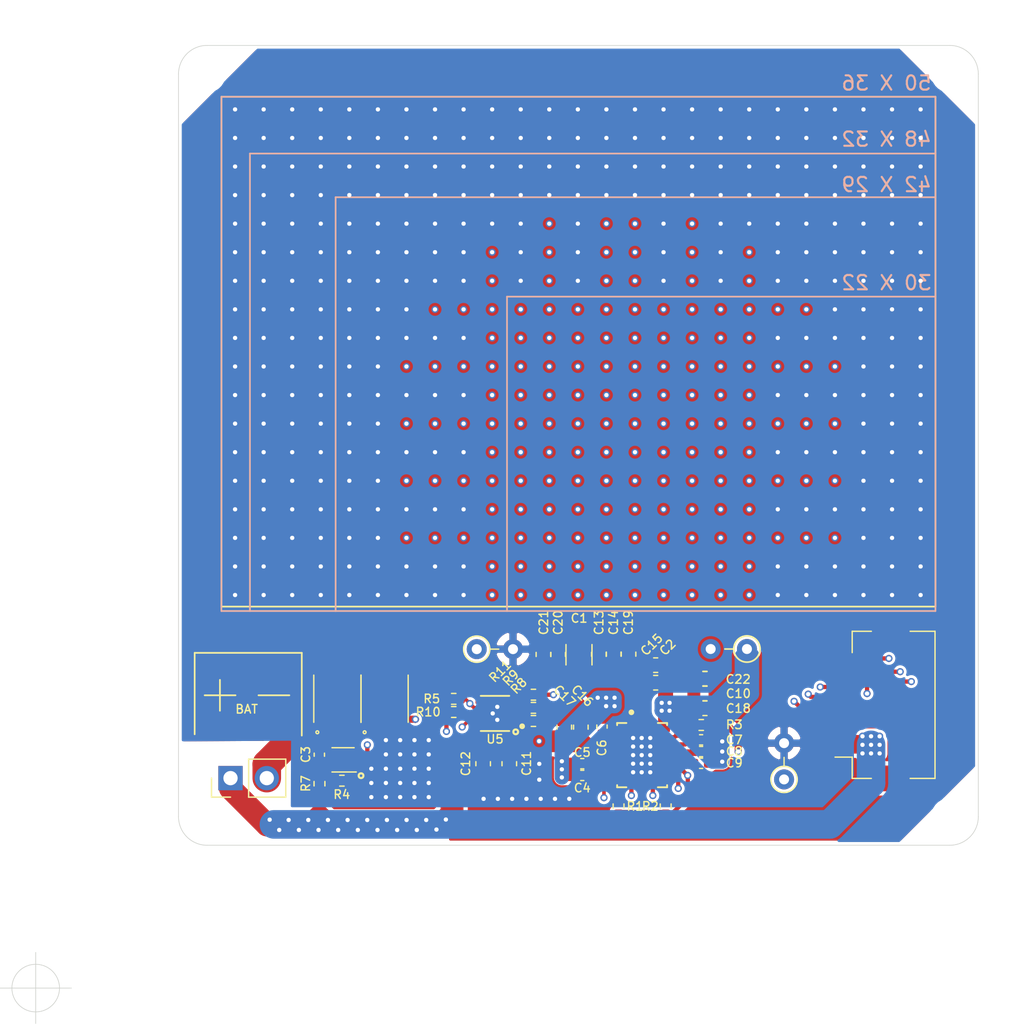
<source format=kicad_pcb>
(kicad_pcb (version 20171130) (host pcbnew "(5.1.8)-1")
  (layers (0 F.Cu signal) (1 In1.Cu signal) (2 In2.Cu signal) (31 B.Cu signal) (34 B.Paste user) (35 F.Paste user) (36 B.SilkS user) (37 F.SilkS user) (38 B.Mask user) (39 F.Mask user) (44 Edge.Cuts user))
  (net 0 "")
  (net 1 BAT-)
  (net 2 "Net-(C3-Pad1)")
  (net 3 "Net-(R4-Pad1)")
  (net 4 "Net-(U3-Pad5)")
  (net 5 GND)
  (net 6 BAT+)
  (net 7 "Net-(C1-Pad2)")
  (net 8 "Net-(C1-Pad1)")
  (net 9 "Net-(C4-Pad2)")
  (net 10 "Net-(C5-Pad2)")
  (net 11 "Net-(C6-Pad2)")
  (net 12 "Net-(C7-Pad1)")
  (net 13 "Net-(C8-Pad1)")
  (net 14 "Net-(C9-Pad1)")
  (net 15 "Net-(C10-Pad2)")
  (net 16 "Net-(R1-Pad1)")
  (net 17 "Net-(R2-Pad1)")
  (net 18 BAT_ISET)
  (net 19 "Net-(R8-Pad1)")
  (net 20 "Net-(R9-Pad1)")
  (net 21 "Net-(R10-Pad1)")
  (net 22 "Net-(R11-Pad1)")
  (net 23 "Net-(TH1-Pad1)")
  (net 24 "Net-(TH2-Pad1)")
  (net 25 "Net-(U1-Pad3)")
  (net 26 "Net-(U1-Pad2)")
  (net 27 REG_power)
  (net 28 REG_EN2)
  (net 29 REG_EN1)
  (net 30 REG_CHG)
  (net 31 BAT_PG)
  (net 32 BAT_CHG)
  (net 33 "Net-(C15-Pad2)")
  (module BQ24040:SON40P200X200X80-11N (layer F.Cu) (at 153.77 116.559999 180)
    (fp_text reference U5 (at 0 -1.800001) (layer F.SilkS) (effects (font (size 0.6 0.6) (thickness 0.1))))
    (fp_text value BQ24040DSQT)
    (pad 11 smd rect (at 0 0 180) (size 0.9 1.5) (layers F.Cu F.Mask) (net 5 GND))
    (pad 10 smd rect (at 0.985 -0.8 180) (size 0.76 0.22) (layers F.Cu F.Paste F.Mask) (net 6 BAT+))
    (pad 9 smd rect (at 0.985 -0.4 180) (size 0.76 0.22) (layers F.Cu F.Paste F.Mask) (net 24 "Net-(TH2-Pad1)"))
    (pad 8 smd rect (at 0.985 0 180) (size 0.76 0.22) (layers F.Cu F.Paste F.Mask) (net 21 "Net-(R10-Pad1)"))
    (pad 7 smd rect (at 0.985 0.4 180) (size 0.76 0.22) (layers F.Cu F.Paste F.Mask) (net 18 BAT_ISET))
    (pad 6 smd rect (at 0.985 0.8 180) (size 0.76 0.22) (layers F.Cu F.Paste F.Mask))
    (pad 5 smd rect (at -0.985 0.8 180) (size 0.76 0.22) (layers F.Cu F.Paste F.Mask) (net 22 "Net-(R11-Pad1)"))
    (pad 4 smd rect (at -0.985 0.4 180) (size 0.76 0.22) (layers F.Cu F.Paste F.Mask) (net 20 "Net-(R9-Pad1)"))
    (pad 3 smd rect (at -0.985 0 180) (size 0.76 0.22) (layers F.Cu F.Paste F.Mask) (net 5 GND))
    (pad 2 smd rect (at -0.985 -0.4 180) (size 0.76 0.22) (layers F.Cu F.Paste F.Mask) (net 19 "Net-(R8-Pad1)"))
    (pad 1 smd rect (at -0.985 -0.8 180) (size 0.76 0.22) (layers F.Cu F.Paste F.Mask) (net 27 REG_power))
  )
  (module BQ51013B:IC_MSP430FR2522IRHLR (layer F.Cu) (at 164.07 119.48)
    (fp_text reference U2 hide)
    (fp_text value BQ51013BRHLR)
    (fp_poly (pts (xy -0.375 -1.525) (xy -0.375 -2.4) (xy -0.374931 -2.402617) (xy -0.374726 -2.405226) (xy -0.374384 -2.407822) (xy -0.373907 -2.410396) (xy -0.373296 -2.412941) (xy -0.372553 -2.415451) (xy -0.371679 -2.417918) (xy -0.370677 -2.420337) (xy -0.36955 -2.4227) (xy -0.368301 -2.425) (xy -0.366934 -2.427232) (xy -0.365451 -2.429389) (xy -0.363857 -2.431466) (xy -0.362157 -2.433457) (xy -0.360355 -2.435355) (xy -0.358457 -2.437157) (xy -0.356466 -2.438857) (xy -0.354389 -2.440451) (xy -0.352232 -2.441934) (xy -0.35 -2.443301) (xy -0.3477 -2.44455) (xy -0.345337 -2.445677) (xy -0.342918 -2.446679) (xy -0.340451 -2.447553) (xy -0.337941 -2.448296) (xy -0.335396 -2.448907) (xy -0.332822 -2.449384) (xy -0.330226 -2.449726) (xy -0.327617 -2.449931) (xy -0.325 -2.45) (xy -0.225 -2.45) (xy -0.222383 -2.449931) (xy -0.219774 -2.449726) (xy -0.217178 -2.449384) (xy -0.214604 -2.448907) (xy -0.212059 -2.448296) (xy -0.209549 -2.447553) (xy -0.207082 -2.446679) (xy -0.204663 -2.445677) (xy -0.2023 -2.44455) (xy -0.2 -2.443301) (xy -0.197768 -2.441934) (xy -0.195611 -2.440451) (xy -0.193534 -2.438857) (xy -0.191543 -2.437157) (xy -0.189645 -2.435355) (xy -0.187843 -2.433457) (xy -0.186143 -2.431466) (xy -0.184549 -2.429389) (xy -0.183066 -2.427232) (xy -0.181699 -2.425) (xy -0.18045 -2.4227) (xy -0.179323 -2.420337) (xy -0.178321 -2.417918) (xy -0.177447 -2.415451) (xy -0.176704 -2.412941) (xy -0.176093 -2.410396) (xy -0.175616 -2.407822) (xy -0.175274 -2.405226) (xy -0.175069 -2.402617) (xy -0.175 -2.4) (xy -0.175 -1.925) (xy 0.175 -1.925) (xy 0.175 -2.4) (xy 0.175069 -2.402617) (xy 0.175274 -2.405226) (xy 0.175616 -2.407822) (xy 0.176093 -2.410396) (xy 0.176704 -2.412941) (xy 0.177447 -2.415451) (xy 0.178321 -2.417918) (xy 0.179323 -2.420337) (xy 0.18045 -2.4227) (xy 0.181699 -2.425) (xy 0.183066 -2.427232) (xy 0.184549 -2.429389) (xy 0.186143 -2.431466) (xy 0.187843 -2.433457) (xy 0.189645 -2.435355) (xy 0.191543 -2.437157) (xy 0.193534 -2.438857) (xy 0.195611 -2.440451) (xy 0.197768 -2.441934) (xy 0.2 -2.443301) (xy 0.2023 -2.44455) (xy 0.204663 -2.445677) (xy 0.207082 -2.446679) (xy 0.209549 -2.447553) (xy 0.212059 -2.448296) (xy 0.214604 -2.448907) (xy 0.217178 -2.449384) (xy 0.219774 -2.449726) (xy 0.222383 -2.449931) (xy 0.225 -2.45) (xy 0.325 -2.45) (xy 0.327617 -2.449931) (xy 0.330226 -2.449726) (xy 0.332822 -2.449384) (xy 0.335396 -2.448907) (xy 0.337941 -2.448296) (xy 0.340451 -2.447553) (xy 0.342918 -2.446679) (xy 0.345337 -2.445677) (xy 0.3477 -2.44455) (xy 0.35 -2.443301) (xy 0.352232 -2.441934) (xy 0.354389 -2.440451) (xy 0.356466 -2.438857) (xy 0.358457 -2.437157) (xy 0.360355 -2.435355) (xy 0.362157 -2.433457) (xy 0.363857 -2.431466) (xy 0.365451 -2.429389) (xy 0.366934 -2.427232) (xy 0.368301 -2.425) (xy 0.36955 -2.4227) (xy 0.370677 -2.420337) (xy 0.371679 -2.417918) (xy 0.372553 -2.415451) (xy 0.373296 -2.412941) (xy 0.373907 -2.410396) (xy 0.374384 -2.407822) (xy 0.374726 -2.405226) (xy 0.374931 -2.402617) (xy 0.375 -2.4) (xy 0.375 -1.525) (xy 0.975 -1.525) (xy 0.977617 -1.524931) (xy 0.980226 -1.524726) (xy 0.982822 -1.524384) (xy 0.985396 -1.523907) (xy 0.987941 -1.523296) (xy 0.990451 -1.522553) (xy 0.992918 -1.521679) (xy 0.995337 -1.520677) (xy 0.9977 -1.51955) (xy 1 -1.518301) (xy 1.002232 -1.516934) (xy 1.004389 -1.515451) (xy 1.006466 -1.513857) (xy 1.008457 -1.512157) (xy 1.010355 -1.510355) (xy 1.012157 -1.508457) (xy 1.013857 -1.506466) (xy 1.015451 -1.504389) (xy 1.016934 -1.502232) (xy 1.018301 -1.5) (xy 1.01955 -1.4977) (xy 1.020677 -1.495337) (xy 1.021679 -1.492918) (xy 1.022553 -1.490451) (xy 1.023296 -1.487941) (xy 1.023907 -1.485396) (xy 1.024384 -1.482822) (xy 1.024726 -1.480226) (xy 1.024931 -1.477617) (xy 1.025 -1.475) (xy 1.025 1.475) (xy 1.024931 1.477617) (xy 1.024726 1.480226) (xy 1.024384 1.482822) (xy 1.023907 1.485396) (xy 1.023296 1.487941) (xy 1.022553 1.490451) (xy 1.021679 1.492918) (xy 1.020677 1.495337) (xy 1.01955 1.4977) (xy 1.018301 1.5) (xy 1.016934 1.502232) (xy 1.015451 1.504389) (xy 1.013857 1.506466) (xy 1.012157 1.508457) (xy 1.010355 1.510355) (xy 1.008457 1.512157) (xy 1.006466 1.513857) (xy 1.004389 1.515451) (xy 1.002232 1.516934) (xy 1 1.518301) (xy 0.9977 1.51955) (xy 0.995337 1.520677) (xy 0.992918 1.521679) (xy 0.990451 1.522553) (xy 0.987941 1.523296) (xy 0.985396 1.523907) (xy 0.982822 1.524384) (xy 0.980226 1.524726) (xy 0.977617 1.524931) (xy 0.975 1.525) (xy 0.375 1.525) (xy 0.375 2.4) (xy 0.374931 2.402617) (xy 0.374726 2.405226) (xy 0.374384 2.407822) (xy 0.373907 2.410396) (xy 0.373296 2.412941) (xy 0.372553 2.415451) (xy 0.371679 2.417918) (xy 0.370677 2.420337) (xy 0.36955 2.4227) (xy 0.368301 2.425) (xy 0.366934 2.427232) (xy 0.365451 2.429389) (xy 0.363857 2.431466) (xy 0.362157 2.433457) (xy 0.360355 2.435355) (xy 0.358457 2.437157) (xy 0.356466 2.438857) (xy 0.354389 2.440451) (xy 0.352232 2.441934) (xy 0.35 2.443301) (xy 0.3477 2.44455) (xy 0.345337 2.445677) (xy 0.342918 2.446679) (xy 0.340451 2.447553) (xy 0.337941 2.448296) (xy 0.335396 2.448907) (xy 0.332822 2.449384) (xy 0.330226 2.449726) (xy 0.327617 2.449931) (xy 0.325 2.45) (xy 0.225 2.45) (xy 0.222383 2.449931) (xy 0.219774 2.449726) (xy 0.217178 2.449384) (xy 0.214604 2.448907) (xy 0.212059 2.448296) (xy 0.209549 2.447553) (xy 0.207082 2.446679) (xy 0.204663 2.445677) (xy 0.2023 2.44455) (xy 0.2 2.443301) (xy 0.197768 2.441934) (xy 0.195611 2.440451) (xy 0.193534 2.438857) (xy 0.191543 2.437157) (xy 0.189645 2.435355) (xy 0.187843 2.433457) (xy 0.186143 2.431466) (xy 0.184549 2.429389) (xy 0.183066 2.427232) (xy 0.181699 2.425) (xy 0.18045 2.4227) (xy 0.179323 2.420337) (xy 0.178321 2.417918) (xy 0.177447 2.415451) (xy 0.176704 2.412941) (xy 0.176093 2.410396) (xy 0.175616 2.407822) (xy 0.175274 2.405226) (xy 0.175069 2.402617) (xy 0.175 2.4) (xy 0.175 1.925) (xy -0.175 1.925) (xy -0.175 2.4) (xy -0.175069 2.402617) (xy -0.175274 2.405226) (xy -0.175616 2.407822) (xy -0.176093 2.410396) (xy -0.176704 2.412941) (xy -0.177447 2.415451) (xy -0.178321 2.417918) (xy -0.179323 2.420337) (xy -0.18045 2.4227) (xy -0.181699 2.425) (xy -0.183066 2.427232) (xy -0.184549 2.429389) (xy -0.186143 2.431466) (xy -0.187843 2.433457) (xy -0.189645 2.435355) (xy -0.191543 2.437157) (xy -0.193534 2.438857) (xy -0.195611 2.440451) (xy -0.197768 2.441934) (xy -0.2 2.443301) (xy -0.2023 2.44455) (xy -0.204663 2.445677) (xy -0.207082 2.446679) (xy -0.209549 2.447553) (xy -0.212059 2.448296) (xy -0.214604 2.448907) (xy -0.217178 2.449384) (xy -0.219774 2.449726) (xy -0.222383 2.449931) (xy -0.225 2.45) (xy -0.325 2.45) (xy -0.327617 2.449931) (xy -0.330226 2.449726) (xy -0.332822 2.449384) (xy -0.335396 2.448907) (xy -0.337941 2.448296) (xy -0.340451 2.447553) (xy -0.342918 2.446679) (xy -0.345337 2.445677) (xy -0.3477 2.44455) (xy -0.35 2.443301) (xy -0.352232 2.441934) (xy -0.354389 2.440451) (xy -0.356466 2.438857) (xy -0.358457 2.437157) (xy -0.360355 2.435355) (xy -0.362157 2.433457) (xy -0.363857 2.431466) (xy -0.365451 2.429389) (xy -0.366934 2.427232) (xy -0.368301 2.425) (xy -0.36955 2.4227) (xy -0.370677 2.420337) (xy -0.371679 2.417918) (xy -0.372553 2.415451) (xy -0.373296 2.412941) (xy -0.373907 2.410396) (xy -0.374384 2.407822) (xy -0.374726 2.405226) (xy -0.374931 2.402617) (xy -0.375 2.4) (xy -0.375 1.525) (xy -0.975 1.525) (xy -0.977617 1.524931) (xy -0.980226 1.524726) (xy -0.982822 1.524384) (xy -0.985396 1.523907) (xy -0.987941 1.523296) (xy -0.990451 1.522553) (xy -0.992918 1.521679) (xy -0.995337 1.520677) (xy -0.9977 1.51955) (xy -1 1.518301) (xy -1.002232 1.516934) (xy -1.004389 1.515451) (xy -1.006466 1.513857) (xy -1.008457 1.512157) (xy -1.010355 1.510355) (xy -1.012157 1.508457) (xy -1.013857 1.506466) (xy -1.015451 1.504389) (xy -1.016934 1.502232) (xy -1.018301 1.5) (xy -1.01955 1.4977) (xy -1.020677 1.495337) (xy -1.021679 1.492918) (xy -1.022553 1.490451) (xy -1.023296 1.487941) (xy -1.023907 1.485396) (xy -1.024384 1.482822) (xy -1.024726 1.480226) (xy -1.024931 1.477617) (xy -1.025 1.475) (xy -1.025 -1.475) (xy -1.024931 -1.477617) (xy -1.024726 -1.480226) (xy -1.024384 -1.482822) (xy -1.023907 -1.485396) (xy -1.023296 -1.487941) (xy -1.022553 -1.490451) (xy -1.021679 -1.492918) (xy -1.020677 -1.495337) (xy -1.01955 -1.4977) (xy -1.018301 -1.5) (xy -1.016934 -1.502232) (xy -1.015451 -1.504389) (xy -1.013857 -1.506466) (xy -1.012157 -1.508457) (xy -1.010355 -1.510355) (xy -1.008457 -1.512157) (xy -1.006466 -1.513857) (xy -1.004389 -1.515451) (xy -1.002232 -1.516934) (xy -1 -1.518301) (xy -0.9977 -1.51955) (xy -0.995337 -1.520677) (xy -0.992918 -1.521679) (xy -0.990451 -1.522553) (xy -0.987941 -1.523296) (xy -0.985396 -1.523907) (xy -0.982822 -1.524384) (xy -0.980226 -1.524726) (xy -0.977617 -1.524931) (xy -0.975 -1.525) (xy -0.375 -1.525)) (layer F.Cu) (width 0.01))
    (pad 21 smd rect (at 0 0) (size 2.05 3.05) (layers F.Cu F.Mask) (net 5 GND))
    (pad 19 smd rect (at 1.65 -1.75) (size 0.6 0.24) (layers F.Cu F.Paste F.Mask) (net 33 "Net-(C15-Pad2)"))
    (pad 18 smd rect (at 1.65 -1.25) (size 0.6 0.24) (layers F.Cu F.Paste F.Mask) (net 15 "Net-(C10-Pad2)"))
    (pad 17 smd rect (at 1.65 -0.75) (size 0.6 0.24) (layers F.Cu F.Paste F.Mask) (net 12 "Net-(C7-Pad1)"))
    (pad 12 smd rect (at 1.65 1.75) (size 0.6 0.24) (layers F.Cu F.Paste F.Mask) (net 17 "Net-(R2-Pad1)"))
    (pad 13 smd rect (at 1.65 1.25) (size 0.6 0.24) (layers F.Cu F.Paste F.Mask) (net 23 "Net-(TH1-Pad1)"))
    (pad 14 smd rect (at 1.65 0.75) (size 0.6 0.24) (layers F.Cu F.Paste F.Mask) (net 16 "Net-(R1-Pad1)"))
    (pad 15 smd rect (at 1.65 0.25) (size 0.6 0.24) (layers F.Cu F.Paste F.Mask) (net 14 "Net-(C9-Pad1)"))
    (pad 16 smd rect (at 1.65 -0.25) (size 0.6 0.24) (layers F.Cu F.Paste F.Mask) (net 13 "Net-(C8-Pad1)"))
    (pad 2 smd rect (at -1.65 -1.75) (size 0.6 0.24) (layers F.Cu F.Paste F.Mask) (net 7 "Net-(C1-Pad2)"))
    (pad 3 smd rect (at -1.65 -1.25) (size 0.6 0.24) (layers F.Cu F.Paste F.Mask) (net 11 "Net-(C6-Pad2)"))
    (pad 4 smd rect (at -1.65 -0.75) (size 0.6 0.24) (layers F.Cu F.Paste F.Mask) (net 27 REG_power))
    (pad 9 smd rect (at -1.65 1.75) (size 0.6 0.24) (layers F.Cu F.Paste F.Mask) (net 5 GND))
    (pad 8 smd rect (at -1.65 1.25) (size 0.6 0.24) (layers F.Cu F.Paste F.Mask))
    (pad 7 smd rect (at -1.65 0.75) (size 0.6 0.24) (layers F.Cu F.Paste F.Mask) (net 30 REG_CHG))
    (pad 6 smd rect (at -1.65 0.25) (size 0.6 0.24) (layers F.Cu F.Paste F.Mask) (net 9 "Net-(C4-Pad2)"))
    (pad 5 smd rect (at -1.65 -0.25) (size 0.6 0.24) (layers F.Cu F.Paste F.Mask) (net 10 "Net-(C5-Pad2)"))
    (pad 11 smd rect (at 0.75 2.15) (size 0.24 0.6) (layers F.Cu F.Paste F.Mask) (net 28 REG_EN2))
    (pad 10 smd rect (at -0.75 2.15) (size 0.24 0.6) (layers F.Cu F.Paste F.Mask) (net 29 REG_EN1))
    (pad 20 smd rect (at 0.75 -2.15) (size 0.24 0.6) (layers F.Cu F.Paste F.Mask) (net 5 GND))
    (pad 1 smd rect (at -0.75 -2.15) (size 0.24 0.6) (layers F.Cu F.Paste F.Mask) (net 5 GND))
  )
  (module Capacitor_SMD:C_0603_1608Metric (layer F.Cu) (at 168.47 114.13 180)
    (fp_text reference C22 (at -2.33 -0.04) (layer F.SilkS) (effects (font (size 0.6 0.6) (thickness 0.1))))
    (fp_text value 10uF)
    (pad 2 smd roundrect (at 0.775 0 180) (size 0.9 0.95) (layers F.Cu F.Paste F.Mask) (net 15 "Net-(C10-Pad2)"))
    (pad 1 smd roundrect (at -0.775 0 180) (size 0.9 0.95) (layers F.Cu F.Paste F.Mask) (net 5 GND))
  )
  (module Resistor_THT:R_Axial_DIN0204_L3.6mm_D1.6mm_P2.54mm_Vertical (layer F.Cu) (at 171.41 112.05 180)
    (fp_text reference J6 hide)
    (fp_text value AC)
    (pad 2 thru_hole oval (at 2.54 0 180) (size 1.4 1.4) (drill 0.7) (layers *.Cu *.Mask) (net 8 "Net-(C1-Pad1)"))
    (pad 1 thru_hole circle (at 0 0 180) (size 1.4 1.4) (drill 0.7) (layers *.Cu *.Mask) (net 33 "Net-(C15-Pad2)"))
  )
  (module Capacitor_SMD:C_0603_1608Metric (layer F.Cu) (at 157.16 112.43 270)
    (fp_text reference C21 (at -2.23 -0.02 90) (layer F.SilkS) (effects (font (size 0.6 0.6) (thickness 0.1))))
    (fp_text value 2.2nF)
    (pad 2 smd roundrect (at 0.775 0 270) (size 0.9 0.95) (layers F.Cu F.Paste F.Mask) (net 7 "Net-(C1-Pad2)"))
    (pad 1 smd roundrect (at -0.775 0 270) (size 0.9 0.95) (layers F.Cu F.Paste F.Mask) (net 8 "Net-(C1-Pad1)"))
  )
  (module Capacitor_SMD:C_0603_1608Metric (layer F.Cu) (at 158.1925 112.43 270)
    (fp_text reference C20 (at -2.23 0.0025 90) (layer F.SilkS) (effects (font (size 0.6 0.6) (thickness 0.1))))
    (fp_text value 10nF)
    (pad 2 smd roundrect (at 0.775 0 270) (size 0.9 0.95) (layers F.Cu F.Paste F.Mask) (net 7 "Net-(C1-Pad2)"))
    (pad 1 smd roundrect (at -0.775 0 270) (size 0.9 0.95) (layers F.Cu F.Paste F.Mask) (net 8 "Net-(C1-Pad1)"))
  )
  (module Capacitor_SMD:C_0603_1608Metric (layer F.Cu) (at 163.12 112.41 270)
    (fp_text reference C19 (at -2.21 0.01 90) (layer F.SilkS) (effects (font (size 0.6 0.6) (thickness 0.1))))
    (fp_text value 10nF)
    (pad 2 smd roundrect (at 0.775 0 270) (size 0.9 0.95) (layers F.Cu F.Paste F.Mask) (net 7 "Net-(C1-Pad2)"))
    (pad 1 smd roundrect (at -0.775 0 270) (size 0.9 0.95) (layers F.Cu F.Paste F.Mask) (net 8 "Net-(C1-Pad1)"))
  )
  (module Capacitor_SMD:C_0603_1608Metric (layer F.Cu) (at 165.02 113.180001)
    (fp_text reference C15 (at -0.28 -1.430001 45) (layer F.SilkS) (effects (font (size 0.6 0.6) (thickness 0.1))))
    (fp_text value 1nF)
    (pad 2 smd roundrect (at 0.775 0) (size 0.9 0.95) (layers F.Cu F.Paste F.Mask) (net 33 "Net-(C15-Pad2)"))
    (pad 1 smd roundrect (at -0.775 0) (size 0.9 0.95) (layers F.Cu F.Paste F.Mask) (net 7 "Net-(C1-Pad2)"))
  )
  (module Capacitor_SMD:C_0603_1608Metric (layer F.Cu) (at 162.08 112.41 270)
    (fp_text reference C14 (at -2.21 0.01 90) (layer F.SilkS) (effects (font (size 0.6 0.6) (thickness 0.1))))
    (fp_text value 10nF)
    (pad 2 smd roundrect (at 0.775 0 270) (size 0.9 0.95) (layers F.Cu F.Paste F.Mask) (net 7 "Net-(C1-Pad2)"))
    (pad 1 smd roundrect (at -0.775 0 270) (size 0.9 0.95) (layers F.Cu F.Paste F.Mask) (net 8 "Net-(C1-Pad1)"))
  )
  (module Capacitor_SMD:C_0603_1608Metric (layer F.Cu) (at 161.04 112.42 270)
    (fp_text reference C13 (at -2.22 -0.01 90) (layer F.SilkS) (effects (font (size 0.6 0.6) (thickness 0.1))))
    (fp_text value 10nF)
    (pad 2 smd roundrect (at 0.775 0 270) (size 0.9 0.95) (layers F.Cu F.Paste F.Mask) (net 7 "Net-(C1-Pad2)"))
    (pad 1 smd roundrect (at -0.775 0 270) (size 0.9 0.95) (layers F.Cu F.Paste F.Mask) (net 8 "Net-(C1-Pad1)"))
  )
  (module Capacitor_SMD:C_0603_1608Metric (layer F.Cu) (at 165.020002 114.41)
    (fp_text reference C2 (at 0.839998 -2.47 45) (layer F.SilkS) (effects (font (size 0.6 0.6) (thickness 0.1))))
    (fp_text value 1nF)
    (pad 2 smd roundrect (at 0.775 0) (size 0.9 0.95) (layers F.Cu F.Paste F.Mask) (net 33 "Net-(C15-Pad2)"))
    (pad 1 smd roundrect (at -0.775 0) (size 0.9 0.95) (layers F.Cu F.Paste F.Mask) (net 7 "Net-(C1-Pad2)"))
  )
  (module Capacitor_SMD:C_1206_3216Metric (layer F.Cu) (at 159.65 112.45 270)
    (fp_text reference C1 (at -2.55 -0.01 180) (layer F.SilkS) (effects (font (size 0.6 0.6) (thickness 0.1))))
    (fp_text value 100nF)
    (pad 2 smd roundrect (at 1.475 0 270) (size 1.15 1.8) (layers F.Cu F.Paste F.Mask) (roundrect_rratio 0.2173904347826087) (net 7 "Net-(C1-Pad2)"))
    (pad 1 smd roundrect (at -1.475 0 270) (size 1.15 1.8) (layers F.Cu F.Paste F.Mask) (roundrect_rratio 0.2173904347826087) (net 8 "Net-(C1-Pad1)"))
  )
  (module Connector_FFC-FPC:Hirose_FH12-14S-0.5SH_1x14-1MP_P0.50mm_Horizontal (layer F.Cu) (at 180.08 115.96 90)
    (fp_text reference J7 hide)
    (fp_text value Conn_01x14)
    (pad 14 smd rect (at 3.25 -1.85 90) (size 0.3 1.3) (layers F.Cu F.Paste F.Mask) (net 28 REG_EN2))
    (pad 13 smd rect (at 2.75 -1.85 90) (size 0.3 1.3) (layers F.Cu F.Paste F.Mask) (net 29 REG_EN1))
    (pad 12 smd rect (at 2.25 -1.85 90) (size 0.3 1.3) (layers F.Cu F.Paste F.Mask) (net 30 REG_CHG))
    (pad 11 smd rect (at 1.75 -1.85 90) (size 0.3 1.3) (layers F.Cu F.Paste F.Mask) (net 27 REG_power))
    (pad 10 smd rect (at 1.25 -1.85 90) (size 0.3 1.3) (layers F.Cu F.Paste F.Mask) (net 18 BAT_ISET))
    (pad 9 smd rect (at 0.75 -1.85 90) (size 0.3 1.3) (layers F.Cu F.Paste F.Mask) (net 31 BAT_PG))
    (pad 8 smd rect (at 0.25 -1.85 90) (size 0.3 1.3) (layers F.Cu F.Paste F.Mask) (net 32 BAT_CHG))
    (pad 7 smd rect (at -0.25 -1.85 90) (size 0.3 1.3) (layers F.Cu F.Paste F.Mask) (net 5 GND))
    (pad 6 smd rect (at -0.75 -1.85 90) (size 0.3 1.3) (layers F.Cu F.Paste F.Mask) (net 5 GND))
    (pad 5 smd rect (at -1.25 -1.85 90) (size 0.3 1.3) (layers F.Cu F.Paste F.Mask) (net 5 GND))
    (pad 4 smd rect (at -1.75 -1.85 90) (size 0.3 1.3) (layers F.Cu F.Paste F.Mask) (net 5 GND))
    (pad 3 smd rect (at -2.25 -1.85 90) (size 0.3 1.3) (layers F.Cu F.Paste F.Mask) (net 6 BAT+))
    (pad 2 smd rect (at -2.75 -1.85 90) (size 0.3 1.3) (layers F.Cu F.Paste F.Mask) (net 6 BAT+))
    (pad 1 smd rect (at -3.25 -1.85 90) (size 0.3 1.3) (layers F.Cu F.Paste F.Mask) (net 6 BAT+))
    (pad MP smd rect (at -5.15 1.4 90) (size 1.8 2.2) (layers F.Cu F.Paste F.Mask))
    (pad MP smd rect (at 5.15 1.4 90) (size 1.8 2.2) (layers F.Cu F.Paste F.Mask))
  )
  (module Capacitor_SMD:C_0603_1608Metric (layer F.Cu) (at 168.47 116.2 180)
    (fp_text reference C18 (at -2.34 -0.01) (layer F.SilkS) (effects (font (size 0.6 0.6) (thickness 0.1))))
    (fp_text value 0.1uF)
    (pad 2 smd roundrect (at 0.775 0 180) (size 0.9 0.95) (layers F.Cu F.Paste F.Mask) (net 15 "Net-(C10-Pad2)"))
    (pad 1 smd roundrect (at -0.775 0 180) (size 0.9 0.95) (layers F.Cu F.Paste F.Mask) (net 5 GND))
  )
  (module Capacitor_SMD:C_0603_1608Metric (layer F.Cu) (at 158.62 117.52 270)
    (fp_text reference C17 (at -2.18 -0.02 135) (layer F.SilkS) (effects (font (size 0.6 0.6) (thickness 0.1))))
    (fp_text value 0.1uF)
    (pad 2 smd roundrect (at 0.775 0 270) (size 0.9 0.95) (layers F.Cu F.Paste F.Mask) (net 27 REG_power))
    (pad 1 smd roundrect (at -0.775 0 270) (size 0.9 0.95) (layers F.Cu F.Paste F.Mask) (net 5 GND))
  )
  (module Capacitor_SMD:C_0603_1608Metric (layer F.Cu) (at 159.78 117.52 270)
    (fp_text reference C16 (at -2.2 -0.11 135) (layer F.SilkS) (effects (font (size 0.6 0.6) (thickness 0.1))))
    (fp_text value 10uF)
    (pad 2 smd roundrect (at 0.775 0 270) (size 0.9 0.95) (layers F.Cu F.Paste F.Mask) (net 27 REG_power))
    (pad 1 smd roundrect (at -0.775 0 270) (size 0.9 0.95) (layers F.Cu F.Paste F.Mask) (net 5 GND))
  )
  (module Capacitor_SMD:C_0603_1608Metric (layer F.Cu) (at 168.47 115.16 180)
    (fp_text reference C10 (at -2.34 -0.01) (layer F.SilkS) (effects (font (size 0.6 0.6) (thickness 0.1))))
    (fp_text value 10uF)
    (pad 2 smd roundrect (at 0.775 0 180) (size 0.9 0.95) (layers F.Cu F.Paste F.Mask) (net 15 "Net-(C10-Pad2)"))
    (pad 1 smd roundrect (at -0.775 0 180) (size 0.9 0.95) (layers F.Cu F.Paste F.Mask) (net 5 GND))
  )
  (module Capacitor_SMD:C_0402_1005Metric (layer F.Cu) (at 168.2 120.05)
    (fp_text reference C9 (at 2.324286 -0.02) (layer F.SilkS) (effects (font (size 0.6 0.6) (thickness 0.1))))
    (fp_text value 22nF)
    (pad 2 smd roundrect (at 0.48 0) (size 0.56 0.62) (layers F.Cu F.Paste F.Mask) (net 33 "Net-(C15-Pad2)"))
    (pad 1 smd roundrect (at -0.48 0) (size 0.56 0.62) (layers F.Cu F.Paste F.Mask) (net 14 "Net-(C9-Pad1)"))
  )
  (module Capacitor_SMD:C_0402_1005Metric (layer F.Cu) (at 168.2 119.23)
    (fp_text reference C8 (at 2.324286 -0.01) (layer F.SilkS) (effects (font (size 0.6 0.6) (thickness 0.1))))
    (fp_text value 470nF)
    (pad 2 smd roundrect (at 0.48 0) (size 0.56 0.62) (layers F.Cu F.Paste F.Mask) (net 33 "Net-(C15-Pad2)"))
    (pad 1 smd roundrect (at -0.48 0) (size 0.56 0.62) (layers F.Cu F.Paste F.Mask) (net 13 "Net-(C8-Pad1)"))
  )
  (module Capacitor_SMD:C_0402_1005Metric (layer F.Cu) (at 159.88 120.08)
    (fp_text reference C5 (at 0 -0.79) (layer F.SilkS) (effects (font (size 0.6 0.6) (thickness 0.1))))
    (fp_text value 470nF)
    (pad 2 smd roundrect (at 0.48 0) (size 0.56 0.62) (layers F.Cu F.Paste F.Mask) (net 10 "Net-(C5-Pad2)"))
    (pad 1 smd roundrect (at -0.48 0) (size 0.56 0.62) (layers F.Cu F.Paste F.Mask) (net 7 "Net-(C1-Pad2)"))
  )
  (module Capacitor_SMD:C_0402_1005Metric (layer F.Cu) (at 159.88 120.9)
    (fp_text reference C4 (at 0 0.88) (layer F.SilkS) (effects (font (size 0.6 0.6) (thickness 0.1))))
    (fp_text value 22nF)
    (pad 2 smd roundrect (at 0.48 0) (size 0.56 0.62) (layers F.Cu F.Paste F.Mask) (net 9 "Net-(C4-Pad2)"))
    (pad 1 smd roundrect (at -0.48 0) (size 0.56 0.62) (layers F.Cu F.Paste F.Mask) (net 7 "Net-(C1-Pad2)"))
  )
  (module Capacitor_SMD:C_0402_1005Metric (layer F.Cu) (at 168.2 118.41)
    (fp_text reference C7 (at 2.324286 0) (layer F.SilkS) (effects (font (size 0.6 0.6) (thickness 0.1))))
    (fp_text value 10nF)
    (pad 2 smd roundrect (at 0.48 0) (size 0.56 0.62) (layers F.Cu F.Paste F.Mask) (net 33 "Net-(C15-Pad2)"))
    (pad 1 smd roundrect (at -0.48 0) (size 0.56 0.62) (layers F.Cu F.Paste F.Mask) (net 12 "Net-(C7-Pad1)"))
  )
  (module Capacitor_SMD:C_0402_1005Metric (layer F.Cu) (at 161.26 117.48 270)
    (fp_text reference C6 (at 1.49 0.01 90) (layer F.SilkS) (effects (font (size 0.6 0.6) (thickness 0.1))))
    (fp_text value 10nF)
    (pad 2 smd roundrect (at 0.48 0 270) (size 0.56 0.62) (layers F.Cu F.Paste F.Mask) (net 11 "Net-(C6-Pad2)"))
    (pad 1 smd roundrect (at -0.48 0 270) (size 0.56 0.62) (layers F.Cu F.Paste F.Mask) (net 7 "Net-(C1-Pad2)"))
  )
  (module Resistor_SMD:R_0402_1005Metric (layer F.Cu) (at 168.21 117.37)
    (fp_text reference R3 (at 2.314286 -0.02 180) (layer F.SilkS) (effects (font (size 0.6 0.6) (thickness 0.1))))
    (fp_text value 20k)
    (pad 2 smd roundrect (at 0.51 0) (size 0.54 0.64) (layers F.Cu F.Paste F.Mask) (net 16 "Net-(R1-Pad1)"))
    (pad 1 smd roundrect (at -0.51 0) (size 0.54 0.64) (layers F.Cu F.Paste F.Mask) (net 15 "Net-(C10-Pad2)"))
  )
  (module Resistor_THT:R_Axial_DIN0204_L3.6mm_D1.6mm_P2.54mm_Vertical (layer F.Cu) (at 152.49 112.06)
    (fp_text reference TH2 hide)
    (fp_text value Thermistor_NTC)
    (pad 2 thru_hole oval (at 2.54 0) (size 1.4 1.4) (drill 0.7) (layers *.Cu *.Mask) (net 5 GND))
    (pad 1 thru_hole circle (at 0 0) (size 1.4 1.4) (drill 0.7) (layers *.Cu *.Mask) (net 24 "Net-(TH2-Pad1)"))
  )
  (module Resistor_THT:R_Axial_DIN0204_L3.6mm_D1.6mm_P2.54mm_Vertical (layer F.Cu) (at 174.01 121.18 90)
    (fp_text reference TH1 hide)
    (fp_text value Thermistor_NTC)
    (pad 2 thru_hole oval (at 2.54 0 90) (size 1.4 1.4) (drill 0.7) (layers *.Cu *.Mask) (net 5 GND))
    (pad 1 thru_hole circle (at 0 0 90) (size 1.4 1.4) (drill 0.7) (layers *.Cu *.Mask) (net 23 "Net-(TH1-Pad1)"))
  )
  (module Resistor_SMD:R_0402_1005Metric (layer F.Cu) (at 156.459999 115.25)
    (fp_text reference R11 (at -2.329999 -1.64 45) (layer F.SilkS) (effects (font (size 0.6 0.6) (thickness 0.1))))
    (fp_text value 1.5K)
    (pad 2 smd roundrect (at 0.51 0) (size 0.54 0.64) (layers F.Cu F.Paste F.Mask) (net 31 BAT_PG))
    (pad 1 smd roundrect (at -0.51 0) (size 0.54 0.64) (layers F.Cu F.Paste F.Mask) (net 22 "Net-(R11-Pad1)"))
  )
  (module Resistor_SMD:R_0402_1005Metric (layer F.Cu) (at 150.88 116.459999 180)
    (fp_text reference R10 (at 1.79 -0.000001) (layer F.SilkS) (effects (font (size 0.6 0.6) (thickness 0.1))))
    (fp_text value 1.5K)
    (pad 2 smd roundrect (at 0.51 0 180) (size 0.54 0.64) (layers F.Cu F.Paste F.Mask) (net 32 BAT_CHG))
    (pad 1 smd roundrect (at -0.51 0 180) (size 0.54 0.64) (layers F.Cu F.Paste F.Mask) (net 21 "Net-(R10-Pad1)"))
  )
  (module Resistor_SMD:R_0402_1005Metric (layer F.Cu) (at 156.46 116.17)
    (fp_text reference R9 (at -1.58 -2.1 225) (layer F.SilkS) (effects (font (size 0.6 0.6) (thickness 0.1))))
    (fp_text value 2K)
    (pad 2 smd roundrect (at 0.51 0) (size 0.54 0.64) (layers F.Cu F.Paste F.Mask) (net 5 GND))
    (pad 1 smd roundrect (at -0.51 0) (size 0.54 0.64) (layers F.Cu F.Paste F.Mask) (net 20 "Net-(R9-Pad1)"))
  )
  (module Resistor_SMD:R_0402_1005Metric (layer F.Cu) (at 156.46 117.09)
    (fp_text reference R8 (at -1.02 -2.46 45) (layer F.SilkS) (effects (font (size 0.6 0.6) (thickness 0.1))))
    (fp_text value 640R)
    (pad 2 smd roundrect (at 0.51 0) (size 0.54 0.64) (layers F.Cu F.Paste F.Mask) (net 5 GND))
    (pad 1 smd roundrect (at -0.51 0) (size 0.54 0.64) (layers F.Cu F.Paste F.Mask) (net 19 "Net-(R8-Pad1)"))
  )
  (module Resistor_SMD:R_0402_1005Metric (layer F.Cu) (at 150.88 115.54 180)
    (fp_text reference R5 (at 1.54 0 180) (layer F.SilkS) (effects (font (size 0.6 0.6) (thickness 0.1))))
    (fp_text value 1k)
    (pad 2 smd roundrect (at 0.51 0 180) (size 0.54 0.64) (layers F.Cu F.Paste F.Mask) (net 5 GND))
    (pad 1 smd roundrect (at -0.51 0 180) (size 0.54 0.64) (layers F.Cu F.Paste F.Mask) (net 18 BAT_ISET))
  )
  (module Resistor_SMD:R_0402_1005Metric (layer F.Cu) (at 165.72 123.05 270)
    (fp_text reference R2 (at 0.01 1.08) (layer F.SilkS) (effects (font (size 0.6 0.6) (thickness 0.1))))
    (fp_text value 15R)
    (pad 2 smd roundrect (at 0.51 0 270) (size 0.54 0.64) (layers F.Cu F.Paste F.Mask) (net 16 "Net-(R1-Pad1)"))
    (pad 1 smd roundrect (at -0.51 0 270) (size 0.54 0.64) (layers F.Cu F.Paste F.Mask) (net 17 "Net-(R2-Pad1)"))
  )
  (module Resistor_SMD:R_0402_1005Metric (layer F.Cu) (at 162.42 123.049999 90)
    (fp_text reference R1 (at -0.010001 1.15) (layer F.SilkS) (effects (font (size 0.6 0.6) (thickness 0.1))))
    (fp_text value 196R)
    (pad 2 smd roundrect (at 0.51 0 90) (size 0.54 0.64) (layers F.Cu F.Paste F.Mask) (net 5 GND))
    (pad 1 smd roundrect (at -0.51 0 90) (size 0.54 0.64) (layers F.Cu F.Paste F.Mask) (net 16 "Net-(R1-Pad1)"))
  )
  (module Capacitor_SMD:C_0603_1608Metric (layer F.Cu) (at 152.94 120.08 270)
    (fp_text reference C12 (at 0 1.22 270) (layer F.SilkS) (effects (font (size 0.6 0.6) (thickness 0.1))))
    (fp_text value 1uF)
    (pad 2 smd roundrect (at 0.775 0 270) (size 0.9 0.95) (layers F.Cu F.Paste F.Mask) (net 5 GND))
    (pad 1 smd roundrect (at -0.775 0 270) (size 0.9 0.95) (layers F.Cu F.Paste F.Mask) (net 6 BAT+))
  )
  (module Capacitor_SMD:C_0603_1608Metric (layer F.Cu) (at 154.77 120.08 90)
    (fp_text reference C11 (at 0.02 1.21 90) (layer F.SilkS) (effects (font (size 0.6 0.6) (thickness 0.1))))
    (fp_text value 1uF)
    (pad 2 smd roundrect (at 0.775 0 90) (size 0.9 0.95) (layers F.Cu F.Paste F.Mask) (net 27 REG_power))
    (pad 1 smd roundrect (at -0.775 0 90) (size 0.9 0.95) (layers F.Cu F.Paste F.Mask) (net 5 GND))
  )
  (module Connector_PinHeader_2.54mm:PinHeader_1x02_P2.54mm_Vertical (layer F.Cu) (at 135.25 121.09 90)
    (fp_text reference BAT (at 4.83 1.13) (layer F.SilkS) (effects (font (size 0.6 0.6) (thickness 0.1))))
    (fp_text value BAT)
    (pad 2 thru_hole oval (at 0 2.54 90) (size 1.7 1.7) (drill 1) (layers *.Cu *.Mask) (net 1 BAT-))
    (pad 1 thru_hole rect (at 0 0 90) (size 1.7 1.7) (drill 1) (layers *.Cu *.Mask) (net 6 BAT+))
  )
  (module MountingHole:MountingHole_2.2mm_M2 (layer F.Cu) (at 185.61 123.79)
    (fp_text reference J4 hide)
    (fp_text value Conn_01x01_Female)
    (pad 1 np_thru_hole circle (at 0 0) (size 2.2 2.2) (drill 2.2) (layers *.Cu *.Mask))
  )
  (module MountingHole:MountingHole_2.2mm_M2 (layer F.Cu) (at 185.61 71.79)
    (fp_text reference J3 hide)
    (fp_text value Conn_01x01_Female)
    (pad 1 np_thru_hole circle (at 0 0) (size 2.2 2.2) (drill 2.2) (layers *.Cu *.Mask))
  )
  (module MountingHole:MountingHole_2.2mm_M2 (layer F.Cu) (at 133.61 123.79)
    (fp_text reference J2 hide)
    (fp_text value Conn_01x01_Female)
    (pad 1 np_thru_hole circle (at 0 0) (size 2.2 2.2) (drill 2.2) (layers *.Cu *.Mask))
  )
  (module MountingHole:MountingHole_2.2mm_M2 (layer F.Cu) (at 133.61 71.79)
    (fp_text reference J1 hide)
    (fp_text value Conn_01x01_Female)
    (pad 1 np_thru_hole circle (at 0 0) (size 2.2 2.2) (drill 2.2) (layers *.Cu *.Mask))
  )
  (module Resistor_SMD:R_0402_1005Metric (layer F.Cu) (at 141.48 121.48 90)
    (fp_text reference R7 (at 0.01 -0.96 90) (layer F.SilkS) (effects (font (size 0.6 0.6) (thickness 0.1))))
    (fp_text value 330R)
    (pad 2 smd roundrect (at 0.51 0 90) (size 0.54 0.64) (layers F.Cu F.Paste F.Mask) (net 2 "Net-(C3-Pad1)"))
    (pad 1 smd roundrect (at -0.51 0 90) (size 0.54 0.64) (layers F.Cu F.Paste F.Mask) (net 6 BAT+))
  )
  (module Resistor_SMD:R_0402_1005Metric (layer F.Cu) (at 143.05 121.27)
    (fp_text reference R4 (at -0.01 0.97) (layer F.SilkS) (effects (font (size 0.6 0.6) (thickness 0.1))))
    (fp_text value 2.2k)
    (pad 2 smd roundrect (at 0.51 0) (size 0.54 0.64) (layers F.Cu F.Paste F.Mask) (net 5 GND))
    (pad 1 smd roundrect (at -0.51 0) (size 0.54 0.64) (layers F.Cu F.Paste F.Mask) (net 3 "Net-(R4-Pad1)"))
  )
  (module Capacitor_SMD:C_0402_1005Metric (layer F.Cu) (at 141.47 119.45 90)
    (fp_text reference C3 (at 0.01 -0.95 90) (layer F.SilkS) (effects (font (size 0.6 0.6) (thickness 0.1))))
    (fp_text value 100nF)
    (pad 2 smd roundrect (at 0.48 0 90) (size 0.56 0.62) (layers F.Cu F.Paste F.Mask) (net 1 BAT-))
    (pad 1 smd roundrect (at -0.48 0 90) (size 0.56 0.62) (layers F.Cu F.Paste F.Mask) (net 2 "Net-(C3-Pad1)"))
  )
  (module BC:CSD16406Q3 (layer F.Cu) (at 142.73 115.53 90)
    (fp_text reference U4 hide)
    (fp_text value CSD16406Q3)
    (fp_poly (pts (xy 1.75 -1.225) (xy 1.75 -0.725) (xy 1.34 -0.725) (xy 1.34 -0.575) (xy 1.75 -0.575) (xy 1.75 -0.075) (xy 1.34 -0.075) (xy 1.34 0.075) (xy 1.75 0.075) (xy 1.75 0.575) (xy 1.34 0.575) (xy 1.34 0.725) (xy 1.75 0.725) (xy 1.75 1.225) (xy -0.56 1.225) (xy -0.56 -1.225)) (layer F.Cu) (width 0.01))
    (pad 4 smd rect (at -1.435 0.975 90) (size 0.63 0.5) (layers F.Cu F.Mask) (net 25 "Net-(U1-Pad3)"))
    (pad 1 smd rect (at -1.435 -0.975 90) (size 0.63 0.5) (layers F.Cu F.Mask) (net 1 BAT-))
    (pad 2 smd rect (at -1.435 -0.325 90) (size 0.63 0.5) (layers F.Cu F.Mask) (net 1 BAT-))
    (pad 3 smd rect (at -1.435 0.325 90) (size 0.63 0.5) (layers F.Cu F.Mask) (net 1 BAT-))
    (pad 5 smd rect (at 1.435 0.975 90) (size 0.63 0.5) (layers F.Cu) (net 4 "Net-(U3-Pad5)"))
    (pad 6 smd rect (at 1.435 0.325 90) (size 0.63 0.5) (layers F.Cu) (net 4 "Net-(U3-Pad5)"))
    (pad 7 smd rect (at 1.435 -0.325 90) (size 0.63 0.5) (layers F.Cu) (net 4 "Net-(U3-Pad5)"))
    (pad 8 smd rect (at 1.435 -0.975 90) (size 0.63 0.5) (layers F.Cu) (net 4 "Net-(U3-Pad5)"))
  )
  (module BC:CSD16406Q3 (layer F.Cu) (at 146.04 115.529999 90)
    (fp_text reference U3 hide)
    (fp_text value CSD16406Q3)
    (fp_poly (pts (xy 1.75 -1.225) (xy 1.75 -0.725) (xy 1.34 -0.725) (xy 1.34 -0.575) (xy 1.75 -0.575) (xy 1.75 -0.075) (xy 1.34 -0.075) (xy 1.34 0.075) (xy 1.75 0.075) (xy 1.75 0.575) (xy 1.34 0.575) (xy 1.34 0.725) (xy 1.75 0.725) (xy 1.75 1.225) (xy -0.56 1.225) (xy -0.56 -1.225)) (layer F.Cu) (width 0.01))
    (pad 4 smd rect (at -1.435 0.975 90) (size 0.63 0.5) (layers F.Cu F.Mask) (net 26 "Net-(U1-Pad2)"))
    (pad 1 smd rect (at -1.435 -0.975 90) (size 0.63 0.5) (layers F.Cu F.Mask) (net 5 GND))
    (pad 2 smd rect (at -1.435 -0.325 90) (size 0.63 0.5) (layers F.Cu F.Mask) (net 5 GND))
    (pad 3 smd rect (at -1.435 0.325 90) (size 0.63 0.5) (layers F.Cu F.Mask) (net 5 GND))
    (pad 5 smd rect (at 1.435 0.975 90) (size 0.63 0.5) (layers F.Cu) (net 4 "Net-(U3-Pad5)"))
    (pad 6 smd rect (at 1.435 0.325 90) (size 0.63 0.5) (layers F.Cu) (net 4 "Net-(U3-Pad5)"))
    (pad 7 smd rect (at 1.435 -0.325 90) (size 0.63 0.5) (layers F.Cu) (net 4 "Net-(U3-Pad5)"))
    (pad 8 smd rect (at 1.435 -0.975 90) (size 0.63 0.5) (layers F.Cu) (net 4 "Net-(U3-Pad5)"))
  )
  (module Package_SON:WSON-6_1.5x1.5mm_P0.5mm (layer F.Cu) (at 143.109999 119.81 180)
    (fp_text reference U1 hide)
    (fp_text value BQ2971)
    (pad 1 smd rect (at -0.525 -0.5 90) (size 0.28 0.85) (layers F.Cu F.Paste F.Mask))
    (pad 2 smd rect (at -0.575 0 90) (size 0.28 0.75) (layers F.Cu F.Paste F.Mask) (net 26 "Net-(U1-Pad2)"))
    (pad 3 smd rect (at -0.575 0.5 90) (size 0.28 0.75) (layers F.Cu F.Paste F.Mask) (net 25 "Net-(U1-Pad3)"))
    (pad 4 smd rect (at 0.575 0.5 90) (size 0.28 0.75) (layers F.Cu F.Paste F.Mask) (net 1 BAT-))
    (pad 5 smd rect (at 0.575 0 90) (size 0.28 0.75) (layers F.Cu F.Paste F.Mask) (net 2 "Net-(C3-Pad1)"))
    (pad 6 smd rect (at 0.575 -0.5 90) (size 0.28 0.75) (layers F.Cu F.Paste F.Mask) (net 3 "Net-(R4-Pad1)"))
  )
  (gr_circle (center 155.22 117.85) (end 155.385529 117.85) (layer F.SilkS) (width 0.15))
  (gr_circle (center 144.39 120.92) (end 144.555529 120.92) (layer F.SilkS) (width 0.15))
  (gr_text "42 X 29" (at 181.18 79.54) (layer B.SilkS) (effects (font (size 1 1)) (justify mirror)))
  (gr_line (start 142.61 80.42) (end 142.61 109.39) (layer B.SilkS) (width 0.12))
  (gr_line (start 184.61 80.42) (end 142.61 80.42) (layer B.SilkS) (width 0.12))
  (gr_text "30 X 22" (at 181.18 86.41) (layer B.SilkS) (effects (font (size 1 1)) (justify mirror)))
  (gr_line (start 154.61 87.38) (end 154.61 109.39) (layer B.SilkS) (width 0.12))
  (gr_line (start 184.61 87.38) (end 154.61 87.38) (layer B.SilkS) (width 0.12))
  (gr_text "50 X 36" (at 181.18 72.43) (layer B.SilkS) (effects (font (size 1 1)) (justify mirror)))
  (gr_text "48 X 32" (at 181.18 76.36) (layer B.SilkS) (effects (font (size 1 1)) (justify mirror)))
  (gr_line (start 136.61 77.36) (end 136.61 109.39) (layer B.SilkS) (width 0.12))
  (gr_line (start 136.61 77.36) (end 184.61 77.36) (layer B.SilkS) (width 0.12))
  (gr_line (start 184.61 73.39) (end 134.61 73.39) (layer B.SilkS) (width 0.12))
  (gr_line (start 184.61 109.39) (end 184.61 73.39) (layer B.SilkS) (width 0.12))
  (gr_line (start 134.61 109.39) (end 184.61 109.39) (layer B.SilkS) (width 0.12))
  (gr_line (start 134.61 73.39) (end 134.61 109.39) (layer B.SilkS) (width 0.12))
  (gr_line (start 137.21 115.29) (end 139.37 115.29) (layer F.SilkS) (width 0.12))
  (gr_line (start 133.44 115.29) (end 135.6 115.29) (layer F.SilkS) (width 0.12))
  (gr_line (start 134.51 116.37) (end 134.51 114.21) (layer F.SilkS) (width 0.12))
  (gr_line (start 140.24 112.32) (end 140.24 118.11) (layer F.SilkS) (width 0.12))
  (gr_line (start 132.74 112.32) (end 140.24 112.32) (layer F.SilkS) (width 0.12))
  (gr_line (start 132.74 112.32) (end 132.74 118.02) (layer F.SilkS) (width 0.12))
  (gr_line (start 134.61 109.08) (end 184.61 109.08) (layer F.SilkS) (width 0.12))
  (gr_line (start 184.61 73.39) (end 184.61 109.08) (layer F.SilkS) (width 0.12))
  (gr_line (start 134.61 73.39) (end 134.61 109.08) (layer F.SilkS) (width 0.12))
  (gr_line (start 134.61 73.39) (end 184.61 73.39) (layer F.SilkS) (width 0.12))
  (gr_arc (start 133.610001 71.79) (end 133.610001 69.789999) (angle -90) (layer Edge.Cuts) (width 0.05))
  (gr_arc (start 133.610001 123.79) (end 131.61 123.79) (angle -90) (layer Edge.Cuts) (width 0.05))
  (gr_arc (start 185.61 123.789999) (end 185.61 125.79) (angle -90) (layer Edge.Cuts) (width 0.05))
  (gr_arc (start 185.609999 71.79) (end 187.61 71.79) (angle -90) (layer Edge.Cuts) (width 0.05))
  (target plus (at 121.61 135.79) (size 5) (width 0.05) (layer Edge.Cuts))
  (gr_line (start 187.610001 123.789999) (end 187.61 71.79) (layer Edge.Cuts) (width 0.05))
  (gr_line (start 131.61 123.79) (end 131.61 71.79) (layer Edge.Cuts) (width 0.05))
  (gr_line (start 133.610001 125.790001) (end 185.61 125.79) (layer Edge.Cuts) (width 0.05))
  (gr_line (start 133.610001 69.789999) (end 185.609999 69.789999) (layer Edge.Cuts) (width 0.05))
  (segment (start 143.05 116.9) (end 141.75 116.9) (width 0.5) (layer F.Cu) (net 1))
  (segment (start 141.749412 116.970589) (end 141.755001 116.965) (width 0.5) (layer F.Cu) (net 1))
  (segment (start 141.759411 116.969411) (end 141.755001 116.965) (width 0.5) (layer F.Cu) (net 1))
  (segment (start 143.05 117.03) (end 141.76 117.030001) (width 0.5) (layer F.Cu) (net 1))
  (segment (start 141.568909 116.9) (end 141.18 116.9) (width 0.5) (layer F.Cu) (net 1))
  (segment (start 141.43 117.829999) (end 141.43 117.239999) (width 0.5) (layer F.Cu) (net 1))
  (segment (start 141.479999 118.790001) (end 141.480001 118.79) (width 0.5) (layer F.Cu) (net 1))
  (segment (start 142.42 118.61) (end 142.59 118.44) (width 0.5) (layer F.Cu) (net 1))
  (segment (start 142.42 119.19) (end 142.42 118.61) (width 0.5) (layer F.Cu) (net 1))
  (segment (start 142.66 119.18) (end 142.66 118.6) (width 0.5) (layer F.Cu) (net 1))
  (segment (start 141.41 117.67) (end 141.41 118.97) (width 0.5) (layer F.Cu) (net 1))
  (segment (start 141.41 118.99) (end 142.47 118.99) (width 0.5) (layer F.Cu) (net 1))
  (segment (start 141.48 118.56) (end 142.54 118.56) (width 0.5) (layer F.Cu) (net 1))
  (segment (start 141.51 118.27) (end 142.57 118.27) (width 0.5) (layer F.Cu) (net 1))
  (segment (start 142.23 118.17) (end 142.23 117.11) (width 0.5) (layer F.Cu) (net 1))
  (segment (start 142.66 118.48) (end 142.66 117.42) (width 0.5) (layer F.Cu) (net 1))
  (segment (start 141.329533 118.999533) (end 140.58 118.25) (width 0.5) (layer F.Cu) (net 1))
  (segment (start 143.05 117.25) (end 142.300467 117.999533) (width 0.5) (layer F.Cu) (net 1))
  (segment (start 141.15 118.87) (end 140.09 118.87) (width 0.5) (layer F.Cu) (net 1))
  (segment (start 137.79 120.11) (end 137.79 121.09) (width 2) (layer F.Cu) (net 1))
  (segment (start 140.21 117.69) (end 137.79 120.11) (width 2) (layer F.Cu) (net 1))
  (segment (start 140.21 117.65) (end 140.21 117.69) (width 2) (layer F.Cu) (net 1))
  (segment (start 141.15 117.65) (end 140.21 117.65) (width 2) (layer F.Cu) (net 1))
  (segment (start 141.469998 120.73) (end 141.469999 119.930001) (width 0.5) (layer F.Cu) (net 2))
  (segment (start 141.6 119.81) (end 141.45 119.96) (width 0.3) (layer F.Cu) (net 2))
  (segment (start 142.534999 119.81) (end 141.6 119.81) (width 0.3) (layer F.Cu) (net 2))
  (segment (start 142.534999 121.214999) (end 142.54 121.22) (width 0.5) (layer F.Cu) (net 3))
  (segment (start 142.539999 120.42) (end 142.54 121.324998) (width 0.5) (layer F.Cu) (net 3))
  (segment (start 143.705 114.095) (end 141.755 114.095) (width 0.5) (layer F.Cu) (net 4))
  (segment (start 147.015 114.095) (end 145.065 114.095001) (width 0.5) (layer F.Cu) (net 4))
  (segment (start 145.49001 114.31999) (end 145.715 114.095) (width 0.5) (layer F.Cu) (net 4))
  (segment (start 143.616458 114.095) (end 143.391468 114.31999) (width 0.5) (layer F.Cu) (net 4))
  (segment (start 143.705 114.095) (end 143.616458 114.095) (width 0.5) (layer F.Cu) (net 4))
  (segment (start 143.690001 115.7) (end 145.049999 115.7) (width 0.8) (layer F.Cu) (net 4))
  (segment (start 143.69 115.62) (end 143.69 114.26) (width 0.25) (layer F.Cu) (net 4))
  (segment (start 143.69 115.87) (end 143.690001 114.51) (width 0.25) (layer F.Cu) (net 4))
  (segment (start 143.72 114.92) (end 145.08 114.92) (width 0.8) (layer F.Cu) (net 4))
  (segment (start 143.76 114.18) (end 145.12 114.18) (width 0.8) (layer F.Cu) (net 4))
  (segment (start 143.56 121.27) (end 143.56 121.31) (width 0.5) (layer F.Cu) (net 5))
  (segment (start 154.754999 116.559999) (end 153.77 116.559999) (width 0.25) (layer F.Cu) (net 5))
  (segment (start 156.97 117.09) (end 156.97 116.169999) (width 0.5) (layer F.Cu) (net 5))
  (segment (start 153.77 116.559999) (end 153.77 116.559999) (width 0.25) (layer F.Cu) (net 5))
  (via (at 146.13 118.43) (size 0.5) (drill 0.3) (layers F.Cu B.Cu) (net 5))
  (segment (start 146.36 116.9) (end 145.06 116.9) (width 0.5) (layer F.Cu) (net 5))
  (segment (start 146.35 117.03) (end 145.05 117.03) (width 0.5) (layer F.Cu) (net 5))
  (segment (start 162.42 121.23) (end 162.82 121.23) (width 0.3) (layer F.Cu) (net 5))
  (segment (start 164.12 119.94) (end 164.12 119.44) (width 0.3) (layer F.Cu) (net 5))
  (segment (start 162.82 121.23) (end 164.07 119.98) (width 0.3) (layer F.Cu) (net 5))
  (segment (start 162.42 121.23) (end 162.420001 122.48) (width 0.3) (layer F.Cu) (net 5))
  (segment (start 162.58 121.27) (end 162.58 122.52) (width 0.3) (layer F.Cu) (net 5))
  (segment (start 162.270001 121.29) (end 162.27 122.54) (width 0.3) (layer F.Cu) (net 5))
  (via (at 163.44 118.28) (size 0.45) (drill 0.3) (layers F.Cu B.Cu) (net 5))
  (via (at 135.57 74.27) (size 0.5) (drill 0.3) (layers F.Cu B.Cu) (net 5))
  (via (at 164.04 118.28) (size 0.45) (drill 0.3) (layers F.Cu B.Cu) (net 5))
  (via (at 164.64 118.28) (size 0.45) (drill 0.3) (layers F.Cu B.Cu) (net 5))
  (via (at 163.44 118.88) (size 0.45) (drill 0.3) (layers F.Cu B.Cu) (net 5))
  (via (at 164.04 118.88) (size 0.45) (drill 0.3) (layers F.Cu B.Cu) (net 5))
  (via (at 164.64 118.88) (size 0.45) (drill 0.3) (layers F.Cu B.Cu) (net 5))
  (via (at 163.44 119.48) (size 0.45) (drill 0.3) (layers F.Cu B.Cu) (net 5))
  (via (at 164.04 119.48) (size 0.45) (drill 0.3) (layers F.Cu B.Cu) (net 5))
  (via (at 164.64 119.48) (size 0.45) (drill 0.3) (layers F.Cu B.Cu) (net 5))
  (via (at 163.44 120.08) (size 0.45) (drill 0.3) (layers F.Cu B.Cu) (net 5))
  (via (at 164.04 120.08) (size 0.45) (drill 0.3) (layers F.Cu B.Cu) (net 5))
  (via (at 164.64 120.08) (size 0.45) (drill 0.3) (layers F.Cu B.Cu) (net 5))
  (via (at 163.44 120.68) (size 0.45) (drill 0.3) (layers F.Cu B.Cu) (net 5))
  (via (at 164.04 120.68) (size 0.45) (drill 0.3) (layers F.Cu B.Cu) (net 5))
  (via (at 164.64 120.68) (size 0.45) (drill 0.3) (layers F.Cu B.Cu) (net 5))
  (via (at 153.93 116.1) (size 0.5) (drill 0.3) (layers F.Cu B.Cu) (net 5))
  (via (at 147.13 118.43) (size 0.5) (drill 0.3) (layers F.Cu B.Cu) (net 5))
  (via (at 148.13 118.43) (size 0.5) (drill 0.3) (layers F.Cu B.Cu) (net 5))
  (via (at 149.13 118.43) (size 0.5) (drill 0.3) (layers F.Cu B.Cu) (net 5))
  (via (at 146.13 119.43) (size 0.5) (drill 0.3) (layers F.Cu B.Cu) (net 5))
  (via (at 147.13 119.43) (size 0.5) (drill 0.3) (layers F.Cu B.Cu) (net 5))
  (via (at 148.13 119.43) (size 0.5) (drill 0.3) (layers F.Cu B.Cu) (net 5))
  (via (at 149.13 119.43) (size 0.5) (drill 0.3) (layers F.Cu B.Cu) (net 5))
  (via (at 146.13 120.43) (size 0.5) (drill 0.3) (layers F.Cu B.Cu) (net 5))
  (via (at 147.13 120.43) (size 0.5) (drill 0.3) (layers F.Cu B.Cu) (net 5))
  (via (at 148.13 120.43) (size 0.5) (drill 0.3) (layers F.Cu B.Cu) (net 5))
  (via (at 149.13 120.43) (size 0.5) (drill 0.3) (layers F.Cu B.Cu) (net 5))
  (via (at 146.13 121.43) (size 0.5) (drill 0.3) (layers F.Cu B.Cu) (net 5))
  (via (at 147.13 121.43) (size 0.5) (drill 0.3) (layers F.Cu B.Cu) (net 5))
  (via (at 148.13 121.43) (size 0.5) (drill 0.3) (layers F.Cu B.Cu) (net 5))
  (via (at 149.13 121.43) (size 0.5) (drill 0.3) (layers F.Cu B.Cu) (net 5))
  (via (at 147.13 122.42) (size 0.5) (drill 0.3) (layers F.Cu B.Cu) (net 5))
  (via (at 146.13 122.42) (size 0.5) (drill 0.3) (layers F.Cu B.Cu) (net 5))
  (via (at 149.13 122.42) (size 0.5) (drill 0.3) (layers F.Cu B.Cu) (net 5))
  (via (at 148.13 122.42) (size 0.5) (drill 0.3) (layers F.Cu B.Cu) (net 5))
  (via (at 145.11 120.43) (size 0.5) (drill 0.3) (layers F.Cu B.Cu) (net 5))
  (via (at 145.11 121.43) (size 0.5) (drill 0.3) (layers F.Cu B.Cu) (net 5))
  (via (at 145.11 122.42) (size 0.5) (drill 0.3) (layers F.Cu B.Cu) (net 5))
  (via (at 152.97 122.54) (size 0.5) (drill 0.3) (layers F.Cu B.Cu) (net 5))
  (via (at 153.97 122.54) (size 0.5) (drill 0.3) (layers F.Cu B.Cu) (net 5))
  (via (at 154.97 122.54) (size 0.5) (drill 0.3) (layers F.Cu B.Cu) (net 5))
  (via (at 155.97 122.54) (size 0.5) (drill 0.3) (layers F.Cu B.Cu) (net 5))
  (via (at 156.97 122.54) (size 0.5) (drill 0.3) (layers F.Cu B.Cu) (net 5))
  (via (at 157.97 122.54) (size 0.5) (drill 0.3) (layers F.Cu B.Cu) (net 5))
  (via (at 158.97 122.54) (size 0.5) (drill 0.3) (layers F.Cu B.Cu) (net 5))
  (via (at 156.87 121.2) (size 0.5) (drill 0.3) (layers F.Cu B.Cu) (net 5))
  (via (at 156.87 120.09) (size 0.5) (drill 0.3) (layers F.Cu B.Cu) (net 5))
  (via (at 137.57 74.27) (size 0.5) (drill 0.3) (layers F.Cu B.Cu) (net 5))
  (via (at 139.57 74.27) (size 0.5) (drill 0.3) (layers F.Cu B.Cu) (net 5))
  (via (at 141.57 74.27) (size 0.5) (drill 0.3) (layers F.Cu B.Cu) (net 5))
  (via (at 143.57 74.27) (size 0.5) (drill 0.3) (layers F.Cu B.Cu) (net 5))
  (via (at 145.57 74.27) (size 0.5) (drill 0.3) (layers F.Cu B.Cu) (net 5))
  (via (at 147.57 74.27) (size 0.5) (drill 0.3) (layers F.Cu B.Cu) (net 5))
  (via (at 149.57 74.27) (size 0.5) (drill 0.3) (layers F.Cu B.Cu) (net 5))
  (via (at 151.57 74.27) (size 0.5) (drill 0.3) (layers F.Cu B.Cu) (net 5))
  (via (at 153.57 74.27) (size 0.5) (drill 0.3) (layers F.Cu B.Cu) (net 5))
  (via (at 155.57 74.27) (size 0.5) (drill 0.3) (layers F.Cu B.Cu) (net 5))
  (via (at 157.57 74.27) (size 0.5) (drill 0.3) (layers F.Cu B.Cu) (net 5))
  (via (at 159.57 74.27) (size 0.5) (drill 0.3) (layers F.Cu B.Cu) (net 5))
  (via (at 161.57 74.27) (size 0.5) (drill 0.3) (layers F.Cu B.Cu) (net 5))
  (via (at 163.57 74.27) (size 0.5) (drill 0.3) (layers F.Cu B.Cu) (net 5))
  (via (at 165.57 74.27) (size 0.5) (drill 0.3) (layers F.Cu B.Cu) (net 5))
  (via (at 167.57 74.27) (size 0.5) (drill 0.3) (layers F.Cu B.Cu) (net 5))
  (via (at 169.57 74.27) (size 0.5) (drill 0.3) (layers F.Cu B.Cu) (net 5))
  (via (at 171.57 74.27) (size 0.5) (drill 0.3) (layers F.Cu B.Cu) (net 5))
  (via (at 173.57 74.27) (size 0.5) (drill 0.3) (layers F.Cu B.Cu) (net 5))
  (via (at 175.57 74.27) (size 0.5) (drill 0.3) (layers F.Cu B.Cu) (net 5))
  (via (at 177.57 74.27) (size 0.5) (drill 0.3) (layers F.Cu B.Cu) (net 5))
  (via (at 179.57 74.27) (size 0.5) (drill 0.3) (layers F.Cu B.Cu) (net 5))
  (via (at 181.57 74.27) (size 0.5) (drill 0.3) (layers F.Cu B.Cu) (net 5))
  (via (at 183.57 74.27) (size 0.5) (drill 0.3) (layers F.Cu B.Cu) (net 5))
  (via (at 183.57 76.27) (size 0.5) (drill 0.3) (layers F.Cu B.Cu) (net 5))
  (via (at 181.57 76.27) (size 0.5) (drill 0.3) (layers F.Cu B.Cu) (net 5))
  (via (at 179.57 76.27) (size 0.5) (drill 0.3) (layers F.Cu B.Cu) (net 5))
  (via (at 177.57 76.27) (size 0.5) (drill 0.3) (layers F.Cu B.Cu) (net 5))
  (via (at 175.57 76.27) (size 0.5) (drill 0.3) (layers F.Cu B.Cu) (net 5))
  (via (at 173.57 76.27) (size 0.5) (drill 0.3) (layers F.Cu B.Cu) (net 5))
  (via (at 171.57 76.27) (size 0.5) (drill 0.3) (layers F.Cu B.Cu) (net 5))
  (via (at 169.57 76.27) (size 0.5) (drill 0.3) (layers F.Cu B.Cu) (net 5))
  (via (at 167.57 76.27) (size 0.5) (drill 0.3) (layers F.Cu B.Cu) (net 5))
  (via (at 165.57 76.27) (size 0.5) (drill 0.3) (layers F.Cu B.Cu) (net 5))
  (via (at 163.57 76.27) (size 0.5) (drill 0.3) (layers F.Cu B.Cu) (net 5))
  (via (at 161.57 76.27) (size 0.5) (drill 0.3) (layers F.Cu B.Cu) (net 5))
  (via (at 159.57 76.27) (size 0.5) (drill 0.3) (layers F.Cu B.Cu) (net 5))
  (via (at 157.57 76.27) (size 0.5) (drill 0.3) (layers F.Cu B.Cu) (net 5))
  (via (at 155.57 76.27) (size 0.5) (drill 0.3) (layers F.Cu B.Cu) (net 5))
  (via (at 153.57 76.27) (size 0.5) (drill 0.3) (layers F.Cu B.Cu) (net 5))
  (via (at 151.57 76.27) (size 0.5) (drill 0.3) (layers F.Cu B.Cu) (net 5))
  (via (at 149.57 76.27) (size 0.5) (drill 0.3) (layers F.Cu B.Cu) (net 5))
  (via (at 147.57 76.27) (size 0.5) (drill 0.3) (layers F.Cu B.Cu) (net 5))
  (via (at 145.57 76.27) (size 0.5) (drill 0.3) (layers F.Cu B.Cu) (net 5))
  (via (at 143.57 76.27) (size 0.5) (drill 0.3) (layers F.Cu B.Cu) (net 5))
  (via (at 141.57 76.27) (size 0.5) (drill 0.3) (layers F.Cu B.Cu) (net 5))
  (via (at 139.57 76.27) (size 0.5) (drill 0.3) (layers F.Cu B.Cu) (net 5))
  (via (at 137.57 76.27) (size 0.5) (drill 0.3) (layers F.Cu B.Cu) (net 5))
  (via (at 135.57 76.27) (size 0.5) (drill 0.3) (layers F.Cu B.Cu) (net 5))
  (via (at 135.57 78.27) (size 0.5) (drill 0.3) (layers F.Cu B.Cu) (net 5))
  (via (at 137.57 78.27) (size 0.5) (drill 0.3) (layers F.Cu B.Cu) (net 5))
  (via (at 139.57 78.27) (size 0.5) (drill 0.3) (layers F.Cu B.Cu) (net 5))
  (via (at 141.57 78.27) (size 0.5) (drill 0.3) (layers F.Cu B.Cu) (net 5))
  (via (at 143.57 78.27) (size 0.5) (drill 0.3) (layers F.Cu B.Cu) (net 5))
  (via (at 145.57 78.27) (size 0.5) (drill 0.3) (layers F.Cu B.Cu) (net 5))
  (via (at 147.57 78.27) (size 0.5) (drill 0.3) (layers F.Cu B.Cu) (net 5))
  (via (at 149.57 78.27) (size 0.5) (drill 0.3) (layers F.Cu B.Cu) (net 5))
  (via (at 151.57 78.27) (size 0.5) (drill 0.3) (layers F.Cu B.Cu) (net 5))
  (via (at 153.57 78.27) (size 0.5) (drill 0.3) (layers F.Cu B.Cu) (net 5))
  (via (at 155.57 78.27) (size 0.5) (drill 0.3) (layers F.Cu B.Cu) (net 5))
  (via (at 157.57 78.27) (size 0.5) (drill 0.3) (layers F.Cu B.Cu) (net 5))
  (via (at 159.57 78.27) (size 0.5) (drill 0.3) (layers F.Cu B.Cu) (net 5))
  (via (at 161.57 78.27) (size 0.5) (drill 0.3) (layers F.Cu B.Cu) (net 5))
  (via (at 163.57 78.27) (size 0.5) (drill 0.3) (layers F.Cu B.Cu) (net 5))
  (via (at 165.57 78.27) (size 0.5) (drill 0.3) (layers F.Cu B.Cu) (net 5))
  (via (at 167.57 78.27) (size 0.5) (drill 0.3) (layers F.Cu B.Cu) (net 5))
  (via (at 169.57 78.27) (size 0.5) (drill 0.3) (layers F.Cu B.Cu) (net 5))
  (via (at 171.57 78.27) (size 0.5) (drill 0.3) (layers F.Cu B.Cu) (net 5))
  (via (at 173.57 78.27) (size 0.5) (drill 0.3) (layers F.Cu B.Cu) (net 5))
  (via (at 175.57 78.27) (size 0.5) (drill 0.3) (layers F.Cu B.Cu) (net 5))
  (via (at 177.57 78.27) (size 0.5) (drill 0.3) (layers F.Cu B.Cu) (net 5))
  (via (at 179.57 78.27) (size 0.5) (drill 0.3) (layers F.Cu B.Cu) (net 5))
  (via (at 181.57 78.27) (size 0.5) (drill 0.3) (layers F.Cu B.Cu) (net 5))
  (via (at 183.57 78.27) (size 0.5) (drill 0.3) (layers F.Cu B.Cu) (net 5))
  (via (at 183.57 80.27) (size 0.5) (drill 0.3) (layers F.Cu B.Cu) (net 5))
  (via (at 181.57 80.27) (size 0.5) (drill 0.3) (layers F.Cu B.Cu) (net 5))
  (via (at 179.57 80.27) (size 0.5) (drill 0.3) (layers F.Cu B.Cu) (net 5))
  (via (at 177.57 80.27) (size 0.5) (drill 0.3) (layers F.Cu B.Cu) (net 5))
  (via (at 175.57 80.27) (size 0.5) (drill 0.3) (layers F.Cu B.Cu) (net 5))
  (via (at 173.57 80.27) (size 0.5) (drill 0.3) (layers F.Cu B.Cu) (net 5))
  (via (at 171.57 80.27) (size 0.5) (drill 0.3) (layers F.Cu B.Cu) (net 5))
  (via (at 169.57 80.27) (size 0.5) (drill 0.3) (layers F.Cu B.Cu) (net 5))
  (via (at 167.57 80.27) (size 0.5) (drill 0.3) (layers F.Cu B.Cu) (net 5))
  (via (at 165.57 80.27) (size 0.5) (drill 0.3) (layers F.Cu B.Cu) (net 5))
  (via (at 163.57 80.27) (size 0.5) (drill 0.3) (layers F.Cu B.Cu) (net 5))
  (via (at 161.57 80.27) (size 0.5) (drill 0.3) (layers F.Cu B.Cu) (net 5))
  (via (at 159.57 80.27) (size 0.5) (drill 0.3) (layers F.Cu B.Cu) (net 5))
  (via (at 157.57 80.27) (size 0.5) (drill 0.3) (layers F.Cu B.Cu) (net 5))
  (via (at 155.57 80.27) (size 0.5) (drill 0.3) (layers F.Cu B.Cu) (net 5))
  (via (at 153.57 80.27) (size 0.5) (drill 0.3) (layers F.Cu B.Cu) (net 5))
  (via (at 151.57 80.27) (size 0.5) (drill 0.3) (layers F.Cu B.Cu) (net 5))
  (via (at 149.57 80.27) (size 0.5) (drill 0.3) (layers F.Cu B.Cu) (net 5))
  (via (at 147.57 80.27) (size 0.5) (drill 0.3) (layers F.Cu B.Cu) (net 5))
  (via (at 145.57 80.27) (size 0.5) (drill 0.3) (layers F.Cu B.Cu) (net 5))
  (via (at 143.57 80.27) (size 0.5) (drill 0.3) (layers F.Cu B.Cu) (net 5))
  (via (at 141.57 80.27) (size 0.5) (drill 0.3) (layers F.Cu B.Cu) (net 5))
  (via (at 139.57 80.27) (size 0.5) (drill 0.3) (layers F.Cu B.Cu) (net 5))
  (via (at 137.57 80.27) (size 0.5) (drill 0.3) (layers F.Cu B.Cu) (net 5))
  (via (at 135.57 80.27) (size 0.5) (drill 0.3) (layers F.Cu B.Cu) (net 5))
  (via (at 135.57 82.27) (size 0.5) (drill 0.3) (layers F.Cu B.Cu) (net 5))
  (via (at 137.57 82.27) (size 0.5) (drill 0.3) (layers F.Cu B.Cu) (net 5))
  (via (at 139.57 82.27) (size 0.5) (drill 0.3) (layers F.Cu B.Cu) (net 5))
  (via (at 141.57 82.27) (size 0.5) (drill 0.3) (layers F.Cu B.Cu) (net 5))
  (via (at 143.57 82.27) (size 0.5) (drill 0.3) (layers F.Cu B.Cu) (net 5))
  (via (at 145.57 82.27) (size 0.5) (drill 0.3) (layers F.Cu B.Cu) (net 5))
  (via (at 147.57 82.27) (size 0.5) (drill 0.3) (layers F.Cu B.Cu) (net 5))
  (via (at 149.57 82.27) (size 0.5) (drill 0.3) (layers F.Cu B.Cu) (net 5))
  (via (at 151.57 82.27) (size 0.5) (drill 0.3) (layers F.Cu B.Cu) (net 5))
  (via (at 153.57 82.27) (size 0.5) (drill 0.3) (layers F.Cu B.Cu) (net 5))
  (via (at 155.57 82.27) (size 0.5) (drill 0.3) (layers F.Cu B.Cu) (net 5))
  (via (at 159.57 82.27) (size 0.5) (drill 0.3) (layers F.Cu B.Cu) (net 5))
  (via (at 165.57 82.27) (size 0.5) (drill 0.3) (layers F.Cu B.Cu) (net 5))
  (via (at 169.57 82.27) (size 0.5) (drill 0.3) (layers F.Cu B.Cu) (net 5))
  (via (at 171.57 82.27) (size 0.5) (drill 0.3) (layers F.Cu B.Cu) (net 5))
  (via (at 173.57 82.27) (size 0.5) (drill 0.3) (layers F.Cu B.Cu) (net 5))
  (via (at 175.57 82.27) (size 0.5) (drill 0.3) (layers F.Cu B.Cu) (net 5))
  (via (at 177.57 82.27) (size 0.5) (drill 0.3) (layers F.Cu B.Cu) (net 5))
  (via (at 179.57 82.27) (size 0.5) (drill 0.3) (layers F.Cu B.Cu) (net 5))
  (via (at 181.57 82.27) (size 0.5) (drill 0.3) (layers F.Cu B.Cu) (net 5))
  (via (at 183.57 82.27) (size 0.5) (drill 0.3) (layers F.Cu B.Cu) (net 5))
  (via (at 183.57 84.27) (size 0.5) (drill 0.3) (layers F.Cu B.Cu) (net 5))
  (via (at 181.57 84.27) (size 0.5) (drill 0.3) (layers F.Cu B.Cu) (net 5))
  (via (at 179.57 84.27) (size 0.5) (drill 0.3) (layers F.Cu B.Cu) (net 5))
  (via (at 177.57 84.27) (size 0.5) (drill 0.3) (layers F.Cu B.Cu) (net 5))
  (via (at 175.57 84.27) (size 0.5) (drill 0.3) (layers F.Cu B.Cu) (net 5))
  (via (at 173.57 84.27) (size 0.5) (drill 0.3) (layers F.Cu B.Cu) (net 5))
  (via (at 169.57 84.27) (size 0.5) (drill 0.3) (layers F.Cu B.Cu) (net 5))
  (via (at 165.57 84.27) (size 0.5) (drill 0.3) (layers F.Cu B.Cu) (net 5))
  (via (at 159.57 84.27) (size 0.5) (drill 0.3) (layers F.Cu B.Cu) (net 5))
  (via (at 155.57 84.27) (size 0.5) (drill 0.3) (layers F.Cu B.Cu) (net 5))
  (via (at 151.57 84.27) (size 0.5) (drill 0.3) (layers F.Cu B.Cu) (net 5))
  (via (at 149.57 84.27) (size 0.5) (drill 0.3) (layers F.Cu B.Cu) (net 5))
  (via (at 147.57 84.27) (size 0.5) (drill 0.3) (layers F.Cu B.Cu) (net 5))
  (via (at 145.57 84.27) (size 0.5) (drill 0.3) (layers F.Cu B.Cu) (net 5))
  (via (at 143.57 84.27) (size 0.5) (drill 0.3) (layers F.Cu B.Cu) (net 5))
  (via (at 141.57 84.27) (size 0.5) (drill 0.3) (layers F.Cu B.Cu) (net 5))
  (via (at 139.57 84.27) (size 0.5) (drill 0.3) (layers F.Cu B.Cu) (net 5))
  (via (at 137.57 84.27) (size 0.5) (drill 0.3) (layers F.Cu B.Cu) (net 5))
  (via (at 135.57 84.27) (size 0.5) (drill 0.3) (layers F.Cu B.Cu) (net 5))
  (via (at 135.57 86.27) (size 0.5) (drill 0.3) (layers F.Cu B.Cu) (net 5))
  (via (at 137.57 86.27) (size 0.5) (drill 0.3) (layers F.Cu B.Cu) (net 5))
  (via (at 139.57 86.27) (size 0.5) (drill 0.3) (layers F.Cu B.Cu) (net 5))
  (via (at 141.57 86.27) (size 0.5) (drill 0.3) (layers F.Cu B.Cu) (net 5))
  (via (at 143.57 86.27) (size 0.5) (drill 0.3) (layers F.Cu B.Cu) (net 5))
  (via (at 145.57 86.27) (size 0.5) (drill 0.3) (layers F.Cu B.Cu) (net 5))
  (via (at 147.57 86.27) (size 0.5) (drill 0.3) (layers F.Cu B.Cu) (net 5))
  (via (at 149.57 86.27) (size 0.5) (drill 0.3) (layers F.Cu B.Cu) (net 5))
  (via (at 151.57 86.27) (size 0.5) (drill 0.3) (layers F.Cu B.Cu) (net 5))
  (via (at 155.57 86.27) (size 0.5) (drill 0.3) (layers F.Cu B.Cu) (net 5))
  (via (at 159.57 86.27) (size 0.5) (drill 0.3) (layers F.Cu B.Cu) (net 5))
  (via (at 165.57 86.27) (size 0.5) (drill 0.3) (layers F.Cu B.Cu) (net 5))
  (via (at 169.57 86.27) (size 0.5) (drill 0.3) (layers F.Cu B.Cu) (net 5))
  (via (at 173.57 86.27) (size 0.5) (drill 0.3) (layers F.Cu B.Cu) (net 5))
  (via (at 175.57 86.27) (size 0.5) (drill 0.3) (layers F.Cu B.Cu) (net 5))
  (via (at 177.57 86.27) (size 0.5) (drill 0.3) (layers F.Cu B.Cu) (net 5))
  (via (at 179.57 86.27) (size 0.5) (drill 0.3) (layers F.Cu B.Cu) (net 5))
  (via (at 181.57 86.27) (size 0.5) (drill 0.3) (layers F.Cu B.Cu) (net 5))
  (via (at 183.57 86.27) (size 0.5) (drill 0.3) (layers F.Cu B.Cu) (net 5))
  (via (at 183.57 88.27) (size 0.5) (drill 0.3) (layers F.Cu B.Cu) (net 5))
  (via (at 181.57 88.27) (size 0.5) (drill 0.3) (layers F.Cu B.Cu) (net 5))
  (via (at 179.57 88.27) (size 0.5) (drill 0.3) (layers F.Cu B.Cu) (net 5))
  (via (at 177.57 88.27) (size 0.5) (drill 0.3) (layers F.Cu B.Cu) (net 5))
  (via (at 147.57 88.27) (size 0.5) (drill 0.3) (layers F.Cu B.Cu) (net 5))
  (via (at 145.57 88.27) (size 0.5) (drill 0.3) (layers F.Cu B.Cu) (net 5))
  (via (at 143.57 88.27) (size 0.5) (drill 0.3) (layers F.Cu B.Cu) (net 5))
  (via (at 141.57 88.27) (size 0.5) (drill 0.3) (layers F.Cu B.Cu) (net 5))
  (via (at 139.57 88.27) (size 0.5) (drill 0.3) (layers F.Cu B.Cu) (net 5))
  (via (at 137.57 88.27) (size 0.5) (drill 0.3) (layers F.Cu B.Cu) (net 5))
  (via (at 135.57 88.27) (size 0.5) (drill 0.3) (layers F.Cu B.Cu) (net 5))
  (via (at 135.57 90.27) (size 0.5) (drill 0.3) (layers F.Cu B.Cu) (net 5))
  (via (at 137.57 90.27) (size 0.5) (drill 0.3) (layers F.Cu B.Cu) (net 5))
  (via (at 139.57 90.27) (size 0.5) (drill 0.3) (layers F.Cu B.Cu) (net 5))
  (via (at 141.57 90.27) (size 0.5) (drill 0.3) (layers F.Cu B.Cu) (net 5))
  (via (at 143.57 90.27) (size 0.5) (drill 0.3) (layers F.Cu B.Cu) (net 5))
  (via (at 145.57 90.27) (size 0.5) (drill 0.3) (layers F.Cu B.Cu) (net 5))
  (via (at 147.57 90.27) (size 0.5) (drill 0.3) (layers F.Cu B.Cu) (net 5))
  (via (at 149.57 90.27) (size 0.5) (drill 0.3) (layers F.Cu B.Cu) (net 5))
  (via (at 151.57 90.27) (size 0.5) (drill 0.3) (layers F.Cu B.Cu) (net 5))
  (via (at 173.57 90.27) (size 0.5) (drill 0.3) (layers F.Cu B.Cu) (net 5))
  (via (at 175.57 90.27) (size 0.5) (drill 0.3) (layers F.Cu B.Cu) (net 5))
  (via (at 177.57 90.27) (size 0.5) (drill 0.3) (layers F.Cu B.Cu) (net 5))
  (via (at 179.57 90.27) (size 0.5) (drill 0.3) (layers F.Cu B.Cu) (net 5))
  (via (at 181.57 90.27) (size 0.5) (drill 0.3) (layers F.Cu B.Cu) (net 5))
  (via (at 183.57 90.27) (size 0.5) (drill 0.3) (layers F.Cu B.Cu) (net 5))
  (via (at 183.57 92.27) (size 0.5) (drill 0.3) (layers F.Cu B.Cu) (net 5))
  (via (at 181.57 92.27) (size 0.5) (drill 0.3) (layers F.Cu B.Cu) (net 5))
  (via (at 179.57 92.27) (size 0.5) (drill 0.3) (layers F.Cu B.Cu) (net 5))
  (via (at 145.57 92.27) (size 0.5) (drill 0.3) (layers F.Cu B.Cu) (net 5))
  (via (at 143.57 92.27) (size 0.5) (drill 0.3) (layers F.Cu B.Cu) (net 5))
  (via (at 141.57 92.27) (size 0.5) (drill 0.3) (layers F.Cu B.Cu) (net 5))
  (via (at 139.57 92.27) (size 0.5) (drill 0.3) (layers F.Cu B.Cu) (net 5))
  (via (at 137.57 92.27) (size 0.5) (drill 0.3) (layers F.Cu B.Cu) (net 5))
  (via (at 135.57 92.27) (size 0.5) (drill 0.3) (layers F.Cu B.Cu) (net 5))
  (via (at 135.57 94.27) (size 0.5) (drill 0.3) (layers F.Cu B.Cu) (net 5))
  (via (at 137.57 94.27) (size 0.5) (drill 0.3) (layers F.Cu B.Cu) (net 5))
  (via (at 139.57 94.27) (size 0.5) (drill 0.3) (layers F.Cu B.Cu) (net 5))
  (via (at 141.57 94.27) (size 0.5) (drill 0.3) (layers F.Cu B.Cu) (net 5))
  (via (at 143.57 94.27) (size 0.5) (drill 0.3) (layers F.Cu B.Cu) (net 5))
  (via (at 145.57 94.27) (size 0.5) (drill 0.3) (layers F.Cu B.Cu) (net 5))
  (via (at 147.57 94.27) (size 0.5) (drill 0.3) (layers F.Cu B.Cu) (net 5))
  (via (at 149.57 94.27) (size 0.5) (drill 0.3) (layers F.Cu B.Cu) (net 5))
  (via (at 151.57 94.27) (size 0.5) (drill 0.3) (layers F.Cu B.Cu) (net 5))
  (via (at 173.57 94.27) (size 0.5) (drill 0.3) (layers F.Cu B.Cu) (net 5))
  (via (at 175.57 94.27) (size 0.5) (drill 0.3) (layers F.Cu B.Cu) (net 5))
  (via (at 177.57 94.27) (size 0.5) (drill 0.3) (layers F.Cu B.Cu) (net 5))
  (via (at 179.57 94.27) (size 0.5) (drill 0.3) (layers F.Cu B.Cu) (net 5))
  (via (at 181.57 94.27) (size 0.5) (drill 0.3) (layers F.Cu B.Cu) (net 5))
  (via (at 183.57 94.27) (size 0.5) (drill 0.3) (layers F.Cu B.Cu) (net 5))
  (via (at 183.57 96.27) (size 0.5) (drill 0.3) (layers F.Cu B.Cu) (net 5))
  (via (at 181.57 96.27) (size 0.5) (drill 0.3) (layers F.Cu B.Cu) (net 5))
  (via (at 179.57 96.27) (size 0.5) (drill 0.3) (layers F.Cu B.Cu) (net 5))
  (via (at 145.57 96.27) (size 0.5) (drill 0.3) (layers F.Cu B.Cu) (net 5))
  (via (at 143.57 96.27) (size 0.5) (drill 0.3) (layers F.Cu B.Cu) (net 5))
  (via (at 141.57 96.27) (size 0.5) (drill 0.3) (layers F.Cu B.Cu) (net 5))
  (via (at 139.57 96.27) (size 0.5) (drill 0.3) (layers F.Cu B.Cu) (net 5))
  (via (at 137.57 96.27) (size 0.5) (drill 0.3) (layers F.Cu B.Cu) (net 5))
  (via (at 135.57 96.27) (size 0.5) (drill 0.3) (layers F.Cu B.Cu) (net 5))
  (via (at 135.57 98.27) (size 0.5) (drill 0.3) (layers F.Cu B.Cu) (net 5))
  (via (at 137.57 98.27) (size 0.5) (drill 0.3) (layers F.Cu B.Cu) (net 5))
  (via (at 139.57 98.27) (size 0.5) (drill 0.3) (layers F.Cu B.Cu) (net 5))
  (via (at 141.57 98.27) (size 0.5) (drill 0.3) (layers F.Cu B.Cu) (net 5))
  (via (at 143.57 98.27) (size 0.5) (drill 0.3) (layers F.Cu B.Cu) (net 5))
  (via (at 145.57 98.27) (size 0.5) (drill 0.3) (layers F.Cu B.Cu) (net 5))
  (via (at 147.57 98.27) (size 0.5) (drill 0.3) (layers F.Cu B.Cu) (net 5))
  (via (at 149.57 98.27) (size 0.5) (drill 0.3) (layers F.Cu B.Cu) (net 5))
  (via (at 151.57 98.27) (size 0.5) (drill 0.3) (layers F.Cu B.Cu) (net 5))
  (via (at 173.57 98.27) (size 0.5) (drill 0.3) (layers F.Cu B.Cu) (net 5))
  (via (at 175.57 98.27) (size 0.5) (drill 0.3) (layers F.Cu B.Cu) (net 5))
  (via (at 177.57 98.27) (size 0.5) (drill 0.3) (layers F.Cu B.Cu) (net 5))
  (via (at 179.57 98.27) (size 0.5) (drill 0.3) (layers F.Cu B.Cu) (net 5))
  (via (at 181.57 98.27) (size 0.5) (drill 0.3) (layers F.Cu B.Cu) (net 5))
  (via (at 183.57 98.27) (size 0.5) (drill 0.3) (layers F.Cu B.Cu) (net 5))
  (via (at 183.57 100.27) (size 0.5) (drill 0.3) (layers F.Cu B.Cu) (net 5))
  (via (at 181.57 100.27) (size 0.5) (drill 0.3) (layers F.Cu B.Cu) (net 5))
  (via (at 179.57 100.27) (size 0.5) (drill 0.3) (layers F.Cu B.Cu) (net 5))
  (via (at 145.57 100.27) (size 0.5) (drill 0.3) (layers F.Cu B.Cu) (net 5))
  (via (at 143.57 100.27) (size 0.5) (drill 0.3) (layers F.Cu B.Cu) (net 5))
  (via (at 141.57 100.27) (size 0.5) (drill 0.3) (layers F.Cu B.Cu) (net 5))
  (via (at 139.57 100.27) (size 0.5) (drill 0.3) (layers F.Cu B.Cu) (net 5))
  (via (at 137.57 100.27) (size 0.5) (drill 0.3) (layers F.Cu B.Cu) (net 5))
  (via (at 135.57 100.27) (size 0.5) (drill 0.3) (layers F.Cu B.Cu) (net 5))
  (via (at 135.57 102.27) (size 0.5) (drill 0.3) (layers F.Cu B.Cu) (net 5))
  (via (at 137.57 102.27) (size 0.5) (drill 0.3) (layers F.Cu B.Cu) (net 5))
  (via (at 139.57 102.27) (size 0.5) (drill 0.3) (layers F.Cu B.Cu) (net 5))
  (via (at 141.57 102.27) (size 0.5) (drill 0.3) (layers F.Cu B.Cu) (net 5))
  (via (at 143.57 102.27) (size 0.5) (drill 0.3) (layers F.Cu B.Cu) (net 5))
  (via (at 145.57 102.27) (size 0.5) (drill 0.3) (layers F.Cu B.Cu) (net 5))
  (via (at 147.57 102.27) (size 0.5) (drill 0.3) (layers F.Cu B.Cu) (net 5))
  (via (at 149.57 102.27) (size 0.5) (drill 0.3) (layers F.Cu B.Cu) (net 5))
  (via (at 151.57 102.27) (size 0.5) (drill 0.3) (layers F.Cu B.Cu) (net 5))
  (via (at 173.57 102.27) (size 0.5) (drill 0.3) (layers F.Cu B.Cu) (net 5))
  (via (at 175.57 102.27) (size 0.5) (drill 0.3) (layers F.Cu B.Cu) (net 5))
  (via (at 177.57 102.27) (size 0.5) (drill 0.3) (layers F.Cu B.Cu) (net 5))
  (via (at 179.57 102.27) (size 0.5) (drill 0.3) (layers F.Cu B.Cu) (net 5))
  (via (at 181.57 102.27) (size 0.5) (drill 0.3) (layers F.Cu B.Cu) (net 5))
  (via (at 183.57 102.27) (size 0.5) (drill 0.3) (layers F.Cu B.Cu) (net 5))
  (via (at 183.57 104.27) (size 0.5) (drill 0.3) (layers F.Cu B.Cu) (net 5))
  (via (at 181.57 104.27) (size 0.5) (drill 0.3) (layers F.Cu B.Cu) (net 5))
  (via (at 179.57 104.27) (size 0.5) (drill 0.3) (layers F.Cu B.Cu) (net 5))
  (via (at 145.57 104.27) (size 0.5) (drill 0.3) (layers F.Cu B.Cu) (net 5))
  (via (at 143.57 104.27) (size 0.5) (drill 0.3) (layers F.Cu B.Cu) (net 5))
  (via (at 141.57 104.27) (size 0.5) (drill 0.3) (layers F.Cu B.Cu) (net 5))
  (via (at 139.57 104.27) (size 0.5) (drill 0.3) (layers F.Cu B.Cu) (net 5))
  (via (at 137.57 104.27) (size 0.5) (drill 0.3) (layers F.Cu B.Cu) (net 5))
  (via (at 135.57 104.27) (size 0.5) (drill 0.3) (layers F.Cu B.Cu) (net 5))
  (via (at 135.57 106.27) (size 0.5) (drill 0.3) (layers F.Cu B.Cu) (net 5))
  (via (at 137.57 106.27) (size 0.5) (drill 0.3) (layers F.Cu B.Cu) (net 5))
  (via (at 139.57 106.27) (size 0.5) (drill 0.3) (layers F.Cu B.Cu) (net 5))
  (via (at 141.57 106.27) (size 0.5) (drill 0.3) (layers F.Cu B.Cu) (net 5))
  (via (at 143.57 106.27) (size 0.5) (drill 0.3) (layers F.Cu B.Cu) (net 5))
  (via (at 145.57 106.27) (size 0.5) (drill 0.3) (layers F.Cu B.Cu) (net 5))
  (via (at 147.57 106.27) (size 0.5) (drill 0.3) (layers F.Cu B.Cu) (net 5))
  (via (at 149.57 106.27) (size 0.5) (drill 0.3) (layers F.Cu B.Cu) (net 5))
  (via (at 151.57 106.27) (size 0.5) (drill 0.3) (layers F.Cu B.Cu) (net 5))
  (via (at 173.57 106.27) (size 0.5) (drill 0.3) (layers F.Cu B.Cu) (net 5))
  (via (at 175.57 106.27) (size 0.5) (drill 0.3) (layers F.Cu B.Cu) (net 5))
  (via (at 177.57 106.27) (size 0.5) (drill 0.3) (layers F.Cu B.Cu) (net 5))
  (via (at 179.57 106.27) (size 0.5) (drill 0.3) (layers F.Cu B.Cu) (net 5))
  (via (at 181.57 106.27) (size 0.5) (drill 0.3) (layers F.Cu B.Cu) (net 5))
  (via (at 183.57 106.27) (size 0.5) (drill 0.3) (layers F.Cu B.Cu) (net 5))
  (via (at 183.57 108.27) (size 0.5) (drill 0.3) (layers F.Cu B.Cu) (net 5))
  (via (at 181.57 108.27) (size 0.5) (drill 0.3) (layers F.Cu B.Cu) (net 5))
  (via (at 179.57 108.27) (size 0.5) (drill 0.3) (layers F.Cu B.Cu) (net 5))
  (via (at 177.57 108.27) (size 0.5) (drill 0.3) (layers F.Cu B.Cu) (net 5))
  (via (at 175.57 108.27) (size 0.5) (drill 0.3) (layers F.Cu B.Cu) (net 5))
  (via (at 173.57 108.27) (size 0.5) (drill 0.3) (layers F.Cu B.Cu) (net 5))
  (via (at 151.57 108.27) (size 0.5) (drill 0.3) (layers F.Cu B.Cu) (net 5))
  (via (at 149.57 108.27) (size 0.5) (drill 0.3) (layers F.Cu B.Cu) (net 5))
  (via (at 147.57 108.27) (size 0.5) (drill 0.3) (layers F.Cu B.Cu) (net 5))
  (via (at 145.57 108.27) (size 0.5) (drill 0.3) (layers F.Cu B.Cu) (net 5))
  (via (at 143.57 108.27) (size 0.5) (drill 0.3) (layers F.Cu B.Cu) (net 5))
  (via (at 141.57 108.27) (size 0.5) (drill 0.3) (layers F.Cu B.Cu) (net 5))
  (via (at 139.57 108.27) (size 0.5) (drill 0.3) (layers F.Cu B.Cu) (net 5))
  (via (at 137.57 108.27) (size 0.5) (drill 0.3) (layers F.Cu B.Cu) (net 5))
  (via (at 135.57 108.27) (size 0.5) (drill 0.3) (layers F.Cu B.Cu) (net 5))
  (segment (start 178.23 116.21) (end 178.23 117.71) (width 0.3) (layer F.Cu) (net 5))
  (segment (start 177.73 116.21) (end 177.73 117.71) (width 0.3) (layer F.Cu) (net 5))
  (segment (start 177.97 116.22) (end 177.97 117.72) (width 0.3) (layer F.Cu) (net 5))
  (segment (start 178.73 116.21) (end 178.73 117.71) (width 0.3) (layer F.Cu) (net 5))
  (segment (start 178.47 116.21) (end 178.47 117.71) (width 0.3) (layer F.Cu) (net 5))
  (segment (start 163.32 118.73) (end 164.07 119.48) (width 0.25) (layer F.Cu) (net 5))
  (segment (start 163.32 117.33) (end 163.32 118.73) (width 0.25) (layer F.Cu) (net 5))
  (segment (start 164.82 118.73) (end 164.07 119.48) (width 0.25) (layer F.Cu) (net 5))
  (segment (start 164.82 117.33) (end 164.82 118.73) (width 0.25) (layer F.Cu) (net 5))
  (segment (start 162.44 121.61) (end 163.69 120.36) (width 0.3) (layer F.Cu) (net 5))
  (via (at 153.93 117.01) (size 0.5) (drill 0.3) (layers F.Cu B.Cu) (net 5))
  (via (at 153.61 116.56) (size 0.5) (drill 0.3) (layers F.Cu B.Cu) (net 5))
  (segment (start 141.48 121.99) (end 141.48 123.47) (width 0.5) (layer F.Cu) (net 6))
  (segment (start 152.785 118.76) (end 152.79 118.765) (width 0.25) (layer F.Cu) (net 6))
  (segment (start 152.53 117.39) (end 152.53 118.790001) (width 0.25) (layer F.Cu) (net 6))
  (segment (start 152.74 117.4) (end 152.74 118.800001) (width 0.25) (layer F.Cu) (net 6))
  (segment (start 152.9 117.39) (end 152.9 118.790001) (width 0.25) (layer F.Cu) (net 6))
  (segment (start 153.04 117.42) (end 153.04 118.820001) (width 0.25) (layer F.Cu) (net 6))
  (segment (start 141.503482 123.073482) (end 142.12 123.69) (width 0.5) (layer F.Cu) (net 6))
  (segment (start 141.53 122.66) (end 141.53 123.09) (width 0.5) (layer F.Cu) (net 6))
  (segment (start 141.41 122.99) (end 141.41 122.64) (width 0.5) (layer F.Cu) (net 6))
  (segment (start 140.763482 123.736518) (end 141.46 123.04) (width 0.5) (layer F.Cu) (net 6))
  (via (at 138.66 124.72) (size 0.5) (drill 0.3) (layers F.Cu B.Cu) (net 6))
  (via (at 140.03625 124.72) (size 0.5) (drill 0.3) (layers F.Cu B.Cu) (net 6))
  (via (at 141.4125 124.72) (size 0.5) (drill 0.3) (layers F.Cu B.Cu) (net 6))
  (via (at 142.78875 124.72) (size 0.5) (drill 0.3) (layers F.Cu B.Cu) (net 6))
  (via (at 144.165 124.72) (size 0.5) (drill 0.3) (layers F.Cu B.Cu) (net 6))
  (via (at 145.54125 124.72) (size 0.5) (drill 0.3) (layers F.Cu B.Cu) (net 6))
  (via (at 146.9175 124.72) (size 0.5) (drill 0.3) (layers F.Cu B.Cu) (net 6))
  (via (at 148.29375 124.72) (size 0.5) (drill 0.3) (layers F.Cu B.Cu) (net 6))
  (via (at 149.67 124.69) (size 0.5) (drill 0.3) (layers F.Cu B.Cu) (net 6))
  (segment (start 151.98 119.18) (end 152.685 119.18) (width 0.25) (layer F.Cu) (net 6))
  (segment (start 178.24 118.22) (end 178.24 119.22) (width 0.25) (layer F.Cu) (net 6))
  (segment (start 177.72 118.23) (end 177.72 119.23) (width 0.25) (layer F.Cu) (net 6))
  (segment (start 177.92 118.23) (end 177.92 119.23) (width 0.25) (layer F.Cu) (net 6))
  (segment (start 178.08 118.23) (end 178.08 119.23) (width 0.25) (layer F.Cu) (net 6))
  (segment (start 178.49 118.24) (end 178.49 119.24) (width 0.25) (layer F.Cu) (net 6))
  (segment (start 178.7 118.22) (end 178.7 118.57) (width 0.25) (layer F.Cu) (net 6))
  (segment (start 178.76 118.22) (end 178.76 119.22) (width 0.25) (layer F.Cu) (net 6))
  (segment (start 178.7 118.57) (end 178.7 119.22) (width 0.25) (layer F.Cu) (net 6))
  (segment (start 178.24 118.22) (end 179.93 118.22) (width 0.3) (layer F.Cu) (net 6))
  (segment (start 178.98 118.24) (end 178.98 119.21) (width 0.3) (layer F.Cu) (net 6))
  (segment (start 179.25 118.24) (end 179.25 119.21) (width 0.3) (layer F.Cu) (net 6))
  (segment (start 179.53 118.24) (end 179.53 119.21) (width 0.3) (layer F.Cu) (net 6))
  (segment (start 179.74 118.24) (end 179.74 119.21) (width 0.3) (layer F.Cu) (net 6))
  (via (at 179.5 118.16) (size 0.45) (drill 0.3) (layers F.Cu B.Cu) (net 6))
  (segment (start 178.24 119.22) (end 179.96 119.22) (width 0.3) (layer F.Cu) (net 6))
  (segment (start 179.96 119.22) (end 179.98 119.24) (width 0.3) (layer F.Cu) (net 6))
  (segment (start 178.24 118.72) (end 179.46 118.72) (width 0.3) (layer F.Cu) (net 6))
  (segment (start 179.46 118.72) (end 179.98 119.24) (width 0.3) (layer F.Cu) (net 6))
  (segment (start 152.585 117.925) (end 151.75 118.76) (width 0.7) (layer F.Cu) (net 6))
  (via (at 144.825 124.02) (size 0.5) (drill 0.3) (layers F.Cu B.Cu) (net 6))
  (via (at 147.5775 124.02) (size 0.5) (drill 0.3) (layers F.Cu B.Cu) (net 6))
  (via (at 150.33 123.99) (size 0.5) (drill 0.3) (layers F.Cu B.Cu) (net 6))
  (via (at 148.95375 124.02) (size 0.5) (drill 0.3) (layers F.Cu B.Cu) (net 6))
  (via (at 146.20125 124.02) (size 0.5) (drill 0.3) (layers F.Cu B.Cu) (net 6))
  (via (at 142.0725 124.02) (size 0.5) (drill 0.3) (layers F.Cu B.Cu) (net 6))
  (via (at 139.32 124.02) (size 0.5) (drill 0.3) (layers F.Cu B.Cu) (net 6))
  (via (at 143.44875 124.02) (size 0.5) (drill 0.3) (layers F.Cu B.Cu) (net 6))
  (via (at 140.69625 124.02) (size 0.5) (drill 0.3) (layers F.Cu B.Cu) (net 6))
  (via (at 180.1 118.16) (size 0.45) (drill 0.3) (layers F.Cu B.Cu) (net 6))
  (via (at 180.7 118.16) (size 0.45) (drill 0.3) (layers F.Cu B.Cu) (net 6))
  (via (at 179.5 118.76) (size 0.45) (drill 0.3) (layers F.Cu B.Cu) (net 6))
  (via (at 180.1 118.76) (size 0.45) (drill 0.3) (layers F.Cu B.Cu) (net 6))
  (via (at 180.7 118.76) (size 0.45) (drill 0.3) (layers F.Cu B.Cu) (net 6))
  (via (at 179.5 119.36) (size 0.45) (drill 0.3) (layers F.Cu B.Cu) (net 6))
  (via (at 180.1 119.36) (size 0.45) (drill 0.3) (layers F.Cu B.Cu) (net 6))
  (via (at 180.7 119.36) (size 0.45) (drill 0.3) (layers F.Cu B.Cu) (net 6))
  (segment (start 180.7 119.36) (end 180.7 118.16) (width 0.5) (layer F.Cu) (net 6))
  (segment (start 180.7 118.16) (end 179.5 118.16) (width 0.5) (layer F.Cu) (net 6))
  (segment (start 179.5 118.16) (end 179.5 119.36) (width 0.5) (layer F.Cu) (net 6))
  (segment (start 179.5 119.36) (end 180.7 119.36) (width 0.5) (layer F.Cu) (net 6))
  (segment (start 180.1 119.36) (end 180.1 118.16) (width 0.5) (layer F.Cu) (net 6))
  (segment (start 180.7 118.76) (end 179.5 118.76) (width 0.5) (layer F.Cu) (net 6))
  (segment (start 180.4 118.16) (end 180.4 119.36) (width 0.5) (layer F.Cu) (net 6))
  (segment (start 179.5 118.16) (end 179.5 119.36) (width 0.5) (layer B.Cu) (net 6))
  (segment (start 179.5 119.36) (end 180.7 119.36) (width 0.5) (layer B.Cu) (net 6))
  (segment (start 180.7 119.36) (end 180.7 118.16) (width 0.5) (layer B.Cu) (net 6))
  (segment (start 180.7 118.16) (end 179.5 118.16) (width 0.5) (layer B.Cu) (net 6))
  (segment (start 180.1 118.16) (end 180.1 119.36) (width 0.5) (layer B.Cu) (net 6))
  (segment (start 180.7 118.76) (end 179.5 118.76) (width 0.5) (layer B.Cu) (net 6))
  (segment (start 180.44 119.46) (end 180.44 118.26) (width 0.5) (layer B.Cu) (net 6))
  (segment (start 179.81 119.51) (end 179.81 118.31) (width 0.5) (layer B.Cu) (net 6))
  (segment (start 180.7 120.08) (end 180.7 118.88) (width 0.5) (layer B.Cu) (net 6))
  (segment (start 180.1 121.44) (end 180.1 118.76) (width 2) (layer B.Cu) (net 6))
  (segment (start 177.21 124.33) (end 180.1 121.44) (width 2) (layer B.Cu) (net 6))
  (segment (start 138.29 124.33) (end 177.21 124.33) (width 2) (layer B.Cu) (net 6))
  (segment (start 150.76 120.4) (end 152.02 119.14) (width 1.6) (layer F.Cu) (net 6))
  (segment (start 150.76 123.58) (end 150.76 120.4) (width 1.6) (layer F.Cu) (net 6))
  (segment (start 149.97 124.37) (end 150.76 123.58) (width 1.6) (layer F.Cu) (net 6))
  (segment (start 137.81 124.37) (end 149.97 124.37) (width 1.6) (layer F.Cu) (net 6))
  (segment (start 135.25 121.81) (end 137.81 124.37) (width 1.6) (layer F.Cu) (net 6))
  (segment (start 135.25 121.09) (end 135.25 121.81) (width 1.6) (layer F.Cu) (net 6))
  (via (at 137.99 124) (size 0.5) (drill 0.3) (layers F.Cu B.Cu) (net 6))
  (via (at 158.45 119.91) (size 0.5) (drill 0.3) (layers F.Cu B.Cu) (net 7))
  (via (at 158.45 121.04) (size 0.5) (drill 0.3) (layers F.Cu B.Cu) (net 7))
  (segment (start 159.4 120.08) (end 159.4 120.9) (width 0.5) (layer F.Cu) (net 7))
  (segment (start 159.395 120.075) (end 159.4 120.08) (width 0.5) (layer F.Cu) (net 7))
  (segment (start 161.26 117) (end 161.26 116.97) (width 0.5) (layer F.Cu) (net 7))
  (segment (start 161.23 116.97) (end 161.26 117) (width 0.5) (layer F.Cu) (net 7))
  (segment (start 161.4225 117.0025) (end 162.14 117.72) (width 0.25) (layer F.Cu) (net 7))
  (segment (start 161.4525 116.8225) (end 162.17 117.54) (width 0.25) (layer F.Cu) (net 7))
  (segment (start 161.4625 116.5325) (end 162.18 117.25) (width 0.25) (layer F.Cu) (net 7))
  (segment (start 161.4625 116.2825) (end 162.18 117) (width 0.25) (layer F.Cu) (net 7))
  (segment (start 162.24 116.23) (end 162.24 117.72) (width 0.25) (layer F.Cu) (net 7))
  (segment (start 161.4525 115.9825) (end 162.17 116.7) (width 0.25) (layer F.Cu) (net 7))
  (segment (start 162.6 116.2) (end 162.6 117.69) (width 0.25) (layer F.Cu) (net 7))
  (segment (start 162.42 116.23) (end 162.42 117.72) (width 0.25) (layer F.Cu) (net 7))
  (segment (start 161.57 115.51) (end 161.57 115.57) (width 1) (layer F.Cu) (net 7))
  (segment (start 161.8725 115.4425) (end 162.59 116.16) (width 0.25) (layer F.Cu) (net 7))
  (segment (start 161.5125 115.8225) (end 162.23 116.54) (width 0.25) (layer F.Cu) (net 7))
  (segment (start 161.8225 115.5225) (end 162.54 116.24) (width 0.25) (layer F.Cu) (net 7))
  (segment (start 161.32 115.5) (end 161.32 116.98) (width 0.5) (layer F.Cu) (net 7))
  (segment (start 161.6725 115.6625) (end 162.39 116.38) (width 0.25) (layer F.Cu) (net 7))
  (via (at 160.96 115.46) (size 0.5) (drill 0.3) (layers F.Cu B.Cu) (net 7))
  (segment (start 157.16 113.205) (end 158.1925 113.205) (width 0.7) (layer F.Cu) (net 7))
  (segment (start 164.230001 113.195) (end 164.245 113.180001) (width 0.7) (layer F.Cu) (net 7))
  (segment (start 161.04 113.195) (end 164.230001 113.195) (width 0.7) (layer F.Cu) (net 7))
  (segment (start 164.245 114.409998) (end 164.245002 114.41) (width 0.7) (layer F.Cu) (net 7))
  (segment (start 164.245 113.180001) (end 164.245 114.409998) (width 0.7) (layer F.Cu) (net 7))
  (segment (start 160.38 113.195) (end 159.65 113.925) (width 0.7) (layer F.Cu) (net 7))
  (segment (start 161.04 113.195) (end 160.38 113.195) (width 0.7) (layer F.Cu) (net 7))
  (segment (start 161.03 113.205) (end 161.04 113.195) (width 0.7) (layer F.Cu) (net 7))
  (segment (start 158.1925 113.205) (end 161.03 113.205) (width 0.7) (layer F.Cu) (net 7))
  (segment (start 163.14 115.49) (end 161.55 115.49) (width 0.7) (layer F.Cu) (net 7))
  (segment (start 164.185002 114.464998) (end 163.11 115.54) (width 0.7) (layer F.Cu) (net 7))
  (segment (start 164.245002 114.41) (end 164.245002 114.424998) (width 0.7) (layer F.Cu) (net 7))
  (segment (start 159.65 114.37) (end 160.78 115.5) (width 0.7) (layer F.Cu) (net 7))
  (segment (start 160.78 115.5) (end 161.58 115.5) (width 0.7) (layer F.Cu) (net 7))
  (segment (start 159.65 113.925) (end 159.65 114.37) (width 0.7) (layer F.Cu) (net 7))
  (segment (start 160.56 115.28) (end 161.69 116.41) (width 0.7) (layer F.Cu) (net 7))
  (segment (start 163.255002 115.394998) (end 162.18 116.47) (width 0.7) (layer F.Cu) (net 7))
  (segment (start 160.83 114.98) (end 162.350282 114.98) (width 0.7) (layer F.Cu) (net 7))
  (segment (start 160.419718 114.52) (end 161.94 114.52) (width 0.7) (layer F.Cu) (net 7))
  (segment (start 160.579718 113.64) (end 162.1 113.64) (width 0.7) (layer F.Cu) (net 7))
  (segment (start 162.149718 113.63) (end 163.67 113.63) (width 0.7) (layer F.Cu) (net 7))
  (segment (start 162.36 114.11) (end 163.880282 114.11) (width 0.7) (layer F.Cu) (net 7))
  (segment (start 160.629718 114.12) (end 162.15 114.12) (width 0.7) (layer F.Cu) (net 7))
  (segment (start 162.369718 114.61) (end 163.89 114.61) (width 0.7) (layer F.Cu) (net 7))
  (segment (start 161.959718 114.81) (end 163.48 114.81) (width 0.7) (layer F.Cu) (net 7))
  (segment (start 158.9125 113.925) (end 158.1925 113.205) (width 0.7) (layer F.Cu) (net 7))
  (segment (start 159.65 113.925) (end 158.9125 113.925) (width 0.7) (layer F.Cu) (net 7))
  (via (at 158.45 120.475) (size 0.5) (drill 0.3) (layers F.Cu B.Cu) (net 7))
  (segment (start 159.23 119.91) (end 159.4 120.08) (width 0.5) (layer F.Cu) (net 7))
  (segment (start 158.45 119.91) (end 159.23 119.91) (width 0.5) (layer F.Cu) (net 7))
  (segment (start 159.26 121.04) (end 159.4 120.9) (width 0.5) (layer F.Cu) (net 7))
  (segment (start 158.45 121.04) (end 159.26 121.04) (width 0.5) (layer F.Cu) (net 7))
  (segment (start 158.45 119.91) (end 158.45 121.04) (width 0.5) (layer F.Cu) (net 7))
  (segment (start 158.83 119.91) (end 158.83 121.04) (width 0.5) (layer F.Cu) (net 7))
  (segment (start 159.1 119.91) (end 159.1 121.04) (width 0.5) (layer F.Cu) (net 7))
  (via (at 161.55 115.46) (size 0.5) (drill 0.3) (layers F.Cu B.Cu) (net 7))
  (via (at 162.14 115.46) (size 0.5) (drill 0.3) (layers F.Cu B.Cu) (net 7))
  (via (at 161.55 116.05) (size 0.5) (drill 0.3) (layers F.Cu B.Cu) (net 7))
  (via (at 162.14 116.05) (size 0.5) (drill 0.3) (layers F.Cu B.Cu) (net 7))
  (segment (start 162.14 115.46) (end 162.14 116.05) (width 1) (layer B.Cu) (net 7))
  (segment (start 160.98 115.46) (end 162.14 115.46) (width 1) (layer B.Cu) (net 7))
  (segment (start 158.45 117.99) (end 160.98 115.46) (width 1) (layer B.Cu) (net 7))
  (segment (start 158.45 121.04) (end 158.45 117.99) (width 1) (layer B.Cu) (net 7))
  (segment (start 158.45 119.32) (end 158.45 121.04) (width 1) (layer B.Cu) (net 7))
  (segment (start 161.72 116.05) (end 158.45 119.32) (width 1) (layer B.Cu) (net 7))
  (segment (start 162.14 116.05) (end 161.72 116.05) (width 1) (layer B.Cu) (net 7))
  (via (at 157.57 82.27) (size 0.5) (drill 0.3) (layers F.Cu B.Cu) (net 8))
  (via (at 161.57 82.27) (size 0.5) (drill 0.3) (layers F.Cu B.Cu) (net 8))
  (via (at 163.57 82.27) (size 0.5) (drill 0.3) (layers F.Cu B.Cu) (net 8))
  (via (at 167.57 82.27) (size 0.5) (drill 0.3) (layers F.Cu B.Cu) (net 8))
  (via (at 171.57 84.27) (size 0.5) (drill 0.3) (layers F.Cu B.Cu) (net 8))
  (via (at 167.57 84.27) (size 0.5) (drill 0.3) (layers F.Cu B.Cu) (net 8))
  (via (at 163.57 84.27) (size 0.5) (drill 0.3) (layers F.Cu B.Cu) (net 8))
  (via (at 161.57 84.27) (size 0.5) (drill 0.3) (layers F.Cu B.Cu) (net 8))
  (via (at 157.57 84.27) (size 0.5) (drill 0.3) (layers F.Cu B.Cu) (net 8))
  (via (at 153.57 84.27) (size 0.5) (drill 0.3) (layers F.Cu B.Cu) (net 8))
  (via (at 153.57 86.27) (size 0.5) (drill 0.3) (layers F.Cu B.Cu) (net 8))
  (via (at 157.57 86.27) (size 0.5) (drill 0.3) (layers F.Cu B.Cu) (net 8))
  (via (at 161.57 86.27) (size 0.5) (drill 0.3) (layers F.Cu B.Cu) (net 8))
  (via (at 163.57 86.27) (size 0.5) (drill 0.3) (layers F.Cu B.Cu) (net 8))
  (via (at 167.57 86.27) (size 0.5) (drill 0.3) (layers F.Cu B.Cu) (net 8))
  (via (at 171.57 86.27) (size 0.5) (drill 0.3) (layers F.Cu B.Cu) (net 8))
  (via (at 175.57 88.27) (size 0.5) (drill 0.3) (layers F.Cu B.Cu) (net 8))
  (via (at 173.57 88.27) (size 0.5) (drill 0.3) (layers F.Cu B.Cu) (net 8))
  (via (at 171.57 88.27) (size 0.5) (drill 0.3) (layers F.Cu B.Cu) (net 8))
  (via (at 169.57 88.27) (size 0.5) (drill 0.3) (layers F.Cu B.Cu) (net 8))
  (via (at 167.57 88.27) (size 0.5) (drill 0.3) (layers F.Cu B.Cu) (net 8))
  (via (at 165.57 88.27) (size 0.5) (drill 0.3) (layers F.Cu B.Cu) (net 8))
  (via (at 163.57 88.27) (size 0.5) (drill 0.3) (layers F.Cu B.Cu) (net 8))
  (via (at 161.57 88.27) (size 0.5) (drill 0.3) (layers F.Cu B.Cu) (net 8))
  (via (at 159.57 88.27) (size 0.5) (drill 0.3) (layers F.Cu B.Cu) (net 8))
  (via (at 157.57 88.27) (size 0.5) (drill 0.3) (layers F.Cu B.Cu) (net 8))
  (via (at 155.57 88.27) (size 0.5) (drill 0.3) (layers F.Cu B.Cu) (net 8))
  (via (at 153.57 88.27) (size 0.5) (drill 0.3) (layers F.Cu B.Cu) (net 8))
  (via (at 151.57 88.27) (size 0.5) (drill 0.3) (layers F.Cu B.Cu) (net 8))
  (via (at 149.57 88.27) (size 0.5) (drill 0.3) (layers F.Cu B.Cu) (net 8))
  (via (at 153.57 90.27) (size 0.5) (drill 0.3) (layers F.Cu B.Cu) (net 8))
  (via (at 155.57 90.27) (size 0.5) (drill 0.3) (layers F.Cu B.Cu) (net 8))
  (via (at 159.57 90.27) (size 0.5) (drill 0.3) (layers F.Cu B.Cu) (net 8))
  (via (at 165.57 90.27) (size 0.5) (drill 0.3) (layers F.Cu B.Cu) (net 8))
  (via (at 169.57 90.27) (size 0.5) (drill 0.3) (layers F.Cu B.Cu) (net 8))
  (via (at 171.57 90.27) (size 0.5) (drill 0.3) (layers F.Cu B.Cu) (net 8))
  (via (at 177.57 92.27) (size 0.5) (drill 0.3) (layers F.Cu B.Cu) (net 8))
  (via (at 175.57 92.27) (size 0.5) (drill 0.3) (layers F.Cu B.Cu) (net 8))
  (via (at 173.57 92.27) (size 0.5) (drill 0.3) (layers F.Cu B.Cu) (net 8))
  (via (at 171.57 92.27) (size 0.5) (drill 0.3) (layers F.Cu B.Cu) (net 8))
  (via (at 169.57 92.27) (size 0.5) (drill 0.3) (layers F.Cu B.Cu) (net 8))
  (via (at 165.57 92.27) (size 0.5) (drill 0.3) (layers F.Cu B.Cu) (net 8))
  (via (at 159.57 92.27) (size 0.5) (drill 0.3) (layers F.Cu B.Cu) (net 8))
  (via (at 155.57 92.27) (size 0.5) (drill 0.3) (layers F.Cu B.Cu) (net 8))
  (via (at 153.57 92.27) (size 0.5) (drill 0.3) (layers F.Cu B.Cu) (net 8))
  (via (at 151.57 92.27) (size 0.5) (drill 0.3) (layers F.Cu B.Cu) (net 8))
  (via (at 149.57 92.27) (size 0.5) (drill 0.3) (layers F.Cu B.Cu) (net 8))
  (via (at 147.57 92.27) (size 0.5) (drill 0.3) (layers F.Cu B.Cu) (net 8))
  (via (at 177.57 96.27) (size 0.5) (drill 0.3) (layers F.Cu B.Cu) (net 8))
  (via (at 175.57 96.27) (size 0.5) (drill 0.3) (layers F.Cu B.Cu) (net 8))
  (via (at 173.57 96.27) (size 0.5) (drill 0.3) (layers F.Cu B.Cu) (net 8))
  (via (at 171.57 96.27) (size 0.5) (drill 0.3) (layers F.Cu B.Cu) (net 8))
  (via (at 169.57 96.27) (size 0.5) (drill 0.3) (layers F.Cu B.Cu) (net 8))
  (via (at 155.57 96.27) (size 0.5) (drill 0.3) (layers F.Cu B.Cu) (net 8))
  (via (at 153.57 96.27) (size 0.5) (drill 0.3) (layers F.Cu B.Cu) (net 8))
  (via (at 151.57 96.27) (size 0.5) (drill 0.3) (layers F.Cu B.Cu) (net 8))
  (via (at 149.57 96.27) (size 0.5) (drill 0.3) (layers F.Cu B.Cu) (net 8))
  (via (at 147.57 96.27) (size 0.5) (drill 0.3) (layers F.Cu B.Cu) (net 8))
  (via (at 177.57 100.27) (size 0.5) (drill 0.3) (layers F.Cu B.Cu) (net 8))
  (via (at 175.57 100.27) (size 0.5) (drill 0.3) (layers F.Cu B.Cu) (net 8))
  (via (at 173.57 100.27) (size 0.5) (drill 0.3) (layers F.Cu B.Cu) (net 8))
  (via (at 171.57 100.27) (size 0.5) (drill 0.3) (layers F.Cu B.Cu) (net 8))
  (via (at 169.57 100.27) (size 0.5) (drill 0.3) (layers F.Cu B.Cu) (net 8))
  (via (at 155.57 100.27) (size 0.5) (drill 0.3) (layers F.Cu B.Cu) (net 8))
  (via (at 153.57 100.27) (size 0.5) (drill 0.3) (layers F.Cu B.Cu) (net 8))
  (via (at 151.57 100.27) (size 0.5) (drill 0.3) (layers F.Cu B.Cu) (net 8))
  (via (at 149.57 100.27) (size 0.5) (drill 0.3) (layers F.Cu B.Cu) (net 8))
  (via (at 147.57 100.27) (size 0.5) (drill 0.3) (layers F.Cu B.Cu) (net 8))
  (via (at 177.57 104.27) (size 0.5) (drill 0.3) (layers F.Cu B.Cu) (net 8))
  (via (at 175.57 104.27) (size 0.5) (drill 0.3) (layers F.Cu B.Cu) (net 8))
  (via (at 173.57 104.27) (size 0.5) (drill 0.3) (layers F.Cu B.Cu) (net 8))
  (via (at 171.57 104.27) (size 0.5) (drill 0.3) (layers F.Cu B.Cu) (net 8))
  (via (at 169.57 104.27) (size 0.5) (drill 0.3) (layers F.Cu B.Cu) (net 8))
  (via (at 155.57 104.27) (size 0.5) (drill 0.3) (layers F.Cu B.Cu) (net 8))
  (via (at 153.57 104.27) (size 0.5) (drill 0.3) (layers F.Cu B.Cu) (net 8))
  (via (at 151.57 104.27) (size 0.5) (drill 0.3) (layers F.Cu B.Cu) (net 8))
  (via (at 149.57 104.27) (size 0.5) (drill 0.3) (layers F.Cu B.Cu) (net 8))
  (via (at 147.57 104.27) (size 0.5) (drill 0.3) (layers F.Cu B.Cu) (net 8))
  (via (at 171.57 108.27) (size 0.5) (drill 0.3) (layers F.Cu B.Cu) (net 8))
  (via (at 169.57 108.27) (size 0.5) (drill 0.3) (layers F.Cu B.Cu) (net 8))
  (via (at 155.57 108.27) (size 0.5) (drill 0.3) (layers F.Cu B.Cu) (net 8))
  (via (at 153.57 108.27) (size 0.5) (drill 0.3) (layers F.Cu B.Cu) (net 8))
  (via (at 157.57 90.27) (size 0.5) (drill 0.3) (layers F.Cu B.Cu) (net 8))
  (via (at 161.57 90.27) (size 0.5) (drill 0.3) (layers F.Cu B.Cu) (net 8))
  (via (at 163.57 90.27) (size 0.5) (drill 0.3) (layers F.Cu B.Cu) (net 8))
  (via (at 167.57 90.27) (size 0.5) (drill 0.3) (layers F.Cu B.Cu) (net 8))
  (via (at 167.57 92.27) (size 0.5) (drill 0.3) (layers F.Cu B.Cu) (net 8))
  (via (at 163.57 92.27) (size 0.5) (drill 0.3) (layers F.Cu B.Cu) (net 8))
  (via (at 161.57 92.27) (size 0.5) (drill 0.3) (layers F.Cu B.Cu) (net 8))
  (via (at 157.57 92.27) (size 0.5) (drill 0.3) (layers F.Cu B.Cu) (net 8))
  (via (at 153.57 94.27) (size 0.5) (drill 0.3) (layers F.Cu B.Cu) (net 8))
  (via (at 155.57 94.27) (size 0.5) (drill 0.3) (layers F.Cu B.Cu) (net 8))
  (via (at 157.57 94.27) (size 0.5) (drill 0.3) (layers F.Cu B.Cu) (net 8))
  (via (at 159.57 94.27) (size 0.5) (drill 0.3) (layers F.Cu B.Cu) (net 8))
  (via (at 161.57 94.27) (size 0.5) (drill 0.3) (layers F.Cu B.Cu) (net 8))
  (via (at 163.57 94.27) (size 0.5) (drill 0.3) (layers F.Cu B.Cu) (net 8))
  (via (at 165.57 94.27) (size 0.5) (drill 0.3) (layers F.Cu B.Cu) (net 8))
  (via (at 167.57 94.27) (size 0.5) (drill 0.3) (layers F.Cu B.Cu) (net 8))
  (via (at 169.57 94.27) (size 0.5) (drill 0.3) (layers F.Cu B.Cu) (net 8))
  (via (at 171.57 94.27) (size 0.5) (drill 0.3) (layers F.Cu B.Cu) (net 8))
  (via (at 167.57 96.27) (size 0.5) (drill 0.3) (layers F.Cu B.Cu) (net 8))
  (via (at 165.57 96.27) (size 0.5) (drill 0.3) (layers F.Cu B.Cu) (net 8))
  (via (at 163.57 96.27) (size 0.5) (drill 0.3) (layers F.Cu B.Cu) (net 8))
  (via (at 161.57 96.27) (size 0.5) (drill 0.3) (layers F.Cu B.Cu) (net 8))
  (via (at 159.57 96.27) (size 0.5) (drill 0.3) (layers F.Cu B.Cu) (net 8))
  (via (at 157.57 96.27) (size 0.5) (drill 0.3) (layers F.Cu B.Cu) (net 8))
  (via (at 153.57 98.27) (size 0.5) (drill 0.3) (layers F.Cu B.Cu) (net 8))
  (via (at 155.57 98.27) (size 0.5) (drill 0.3) (layers F.Cu B.Cu) (net 8))
  (via (at 157.57 98.27) (size 0.5) (drill 0.3) (layers F.Cu B.Cu) (net 8))
  (via (at 159.57 98.27) (size 0.5) (drill 0.3) (layers F.Cu B.Cu) (net 8))
  (via (at 161.57 98.27) (size 0.5) (drill 0.3) (layers F.Cu B.Cu) (net 8))
  (via (at 163.57 98.27) (size 0.5) (drill 0.3) (layers F.Cu B.Cu) (net 8))
  (via (at 165.57 98.27) (size 0.5) (drill 0.3) (layers F.Cu B.Cu) (net 8))
  (via (at 167.57 98.27) (size 0.5) (drill 0.3) (layers F.Cu B.Cu) (net 8))
  (via (at 169.57 98.27) (size 0.5) (drill 0.3) (layers F.Cu B.Cu) (net 8))
  (via (at 171.57 98.27) (size 0.5) (drill 0.3) (layers F.Cu B.Cu) (net 8))
  (via (at 167.57 100.27) (size 0.5) (drill 0.3) (layers F.Cu B.Cu) (net 8))
  (via (at 165.57 100.27) (size 0.5) (drill 0.3) (layers F.Cu B.Cu) (net 8))
  (via (at 163.57 100.27) (size 0.5) (drill 0.3) (layers F.Cu B.Cu) (net 8))
  (via (at 161.57 100.27) (size 0.5) (drill 0.3) (layers F.Cu B.Cu) (net 8))
  (via (at 159.57 100.27) (size 0.5) (drill 0.3) (layers F.Cu B.Cu) (net 8))
  (via (at 157.57 100.27) (size 0.5) (drill 0.3) (layers F.Cu B.Cu) (net 8))
  (via (at 153.57 102.27) (size 0.5) (drill 0.3) (layers F.Cu B.Cu) (net 8))
  (via (at 155.57 102.27) (size 0.5) (drill 0.3) (layers F.Cu B.Cu) (net 8))
  (via (at 157.57 102.27) (size 0.5) (drill 0.3) (layers F.Cu B.Cu) (net 8))
  (via (at 159.57 102.27) (size 0.5) (drill 0.3) (layers F.Cu B.Cu) (net 8))
  (via (at 161.57 102.27) (size 0.5) (drill 0.3) (layers F.Cu B.Cu) (net 8))
  (via (at 163.57 102.27) (size 0.5) (drill 0.3) (layers F.Cu B.Cu) (net 8))
  (via (at 165.57 102.27) (size 0.5) (drill 0.3) (layers F.Cu B.Cu) (net 8))
  (via (at 167.57 102.27) (size 0.5) (drill 0.3) (layers F.Cu B.Cu) (net 8))
  (via (at 169.57 102.27) (size 0.5) (drill 0.3) (layers F.Cu B.Cu) (net 8))
  (via (at 171.57 102.27) (size 0.5) (drill 0.3) (layers F.Cu B.Cu) (net 8))
  (via (at 167.57 104.27) (size 0.5) (drill 0.3) (layers F.Cu B.Cu) (net 8))
  (via (at 165.57 104.27) (size 0.5) (drill 0.3) (layers F.Cu B.Cu) (net 8))
  (via (at 163.57 104.27) (size 0.5) (drill 0.3) (layers F.Cu B.Cu) (net 8))
  (via (at 161.57 104.27) (size 0.5) (drill 0.3) (layers F.Cu B.Cu) (net 8))
  (via (at 159.57 104.27) (size 0.5) (drill 0.3) (layers F.Cu B.Cu) (net 8))
  (via (at 157.57 104.27) (size 0.5) (drill 0.3) (layers F.Cu B.Cu) (net 8))
  (via (at 153.57 106.27) (size 0.5) (drill 0.3) (layers F.Cu B.Cu) (net 8))
  (via (at 155.57 106.27) (size 0.5) (drill 0.3) (layers F.Cu B.Cu) (net 8))
  (via (at 157.57 106.27) (size 0.5) (drill 0.3) (layers F.Cu B.Cu) (net 8))
  (via (at 159.57 106.27) (size 0.5) (drill 0.3) (layers F.Cu B.Cu) (net 8))
  (via (at 161.57 106.27) (size 0.5) (drill 0.3) (layers F.Cu B.Cu) (net 8))
  (via (at 163.57 106.27) (size 0.5) (drill 0.3) (layers F.Cu B.Cu) (net 8))
  (via (at 165.57 106.27) (size 0.5) (drill 0.3) (layers F.Cu B.Cu) (net 8))
  (via (at 167.57 106.27) (size 0.5) (drill 0.3) (layers F.Cu B.Cu) (net 8))
  (via (at 169.57 106.27) (size 0.5) (drill 0.3) (layers F.Cu B.Cu) (net 8))
  (via (at 171.57 106.27) (size 0.5) (drill 0.3) (layers F.Cu B.Cu) (net 8))
  (via (at 167.57 108.27) (size 0.5) (drill 0.3) (layers F.Cu B.Cu) (net 8))
  (via (at 165.57 108.27) (size 0.5) (drill 0.3) (layers F.Cu B.Cu) (net 8))
  (via (at 163.57 108.27) (size 0.5) (drill 0.3) (layers F.Cu B.Cu) (net 8))
  (via (at 161.57 108.27) (size 0.5) (drill 0.3) (layers F.Cu B.Cu) (net 8))
  (via (at 159.57 108.27) (size 0.5) (drill 0.3) (layers F.Cu B.Cu) (net 8))
  (via (at 157.57 108.27) (size 0.5) (drill 0.3) (layers F.Cu B.Cu) (net 8))
  (segment (start 168.86 112.06) (end 168.87 112.05) (width 2) (layer F.Cu) (net 8))
  (segment (start 157.16 111.655) (end 158.1925 111.655) (width 0.7) (layer F.Cu) (net 8))
  (segment (start 163.11 111.645) (end 163.12 111.635) (width 0.7) (layer F.Cu) (net 8))
  (segment (start 161.04 111.645) (end 163.11 111.645) (width 0.7) (layer F.Cu) (net 8))
  (segment (start 158.97 111.655) (end 159.65 110.975) (width 0.7) (layer F.Cu) (net 8))
  (segment (start 158.1925 111.655) (end 158.97 111.655) (width 0.7) (layer F.Cu) (net 8))
  (segment (start 160.32 111.645) (end 159.65 110.975) (width 0.7) (layer F.Cu) (net 8))
  (segment (start 161.04 111.645) (end 160.32 111.645) (width 0.7) (layer F.Cu) (net 8))
  (segment (start 158.2025 111.645) (end 158.1925 111.655) (width 0.7) (layer F.Cu) (net 8))
  (segment (start 161.04 111.645) (end 158.2025 111.645) (width 0.7) (layer F.Cu) (net 8))
  (segment (start 163.145 111.66) (end 163.12 111.635) (width 0.7) (layer F.Cu) (net 8))
  (segment (start 168.48 111.66) (end 163.145 111.66) (width 0.7) (layer F.Cu) (net 8))
  (segment (start 168.87 112.05) (end 168.48 111.66) (width 0.7) (layer F.Cu) (net 8))
  (segment (start 166.71 110.67) (end 157.79 110.67) (width 0.7) (layer F.Cu) (net 8))
  (segment (start 166.34 111.09) (end 157.42 111.09) (width 0.7) (layer F.Cu) (net 8))
  (segment (start 157.16 110.94) (end 157.16 111.655) (width 0.7) (layer F.Cu) (net 8))
  (segment (start 158 110.1) (end 157.16 110.94) (width 0.7) (layer F.Cu) (net 8))
  (segment (start 167.51 110.1) (end 158 110.1) (width 0.7) (layer F.Cu) (net 8))
  (segment (start 168.87 111.46) (end 167.51 110.1) (width 0.7) (layer F.Cu) (net 8))
  (segment (start 168.87 112.05) (end 168.87 111.46) (width 0.7) (layer F.Cu) (net 8))
  (segment (start 168.33 111.65) (end 166.97 110.29) (width 0.7) (layer F.Cu) (net 8))
  (segment (start 167.72333 111.12) (end 165.8 111.12) (width 0.7) (layer F.Cu) (net 8))
  (segment (start 168.4 112.53) (end 167.04 111.17) (width 0.7) (layer F.Cu) (net 8))
  (segment (start 167.88 110.1) (end 158.37 110.1) (width 0.7) (layer F.Cu) (net 8))
  (segment (start 169.37 111.62) (end 168.01 110.26) (width 0.7) (layer F.Cu) (net 8))
  (segment (start 169.24 111.46) (end 167.88 110.1) (width 0.7) (layer F.Cu) (net 8))
  (segment (start 157.57 108.27) (end 157.57 94.27) (width 1) (layer F.Cu) (net 8))
  (segment (start 157.57 94.27) (end 167.57 94.27) (width 1) (layer F.Cu) (net 8))
  (segment (start 167.57 94.27) (end 167.57 108.27) (width 1) (layer F.Cu) (net 8))
  (segment (start 167.57 108.27) (end 157.57 108.27) (width 1) (layer F.Cu) (net 8))
  (segment (start 159.57 94.27) (end 159.57 108.27) (width 1) (layer F.Cu) (net 8))
  (segment (start 161.57 108.27) (end 161.57 94.27) (width 1) (layer F.Cu) (net 8))
  (segment (start 163.57 94.27) (end 163.57 108.27) (width 1) (layer F.Cu) (net 8))
  (segment (start 165.57 108.27) (end 165.57 94.27) (width 1) (layer F.Cu) (net 8))
  (segment (start 157.16 108.68) (end 157.57 108.27) (width 1) (layer F.Cu) (net 8))
  (segment (start 157.16 111.655) (end 157.16 108.68) (width 1) (layer F.Cu) (net 8))
  (segment (start 167.57 108.65) (end 167.57 108.27) (width 1) (layer F.Cu) (net 8))
  (segment (start 168.87 109.95) (end 167.57 108.65) (width 1) (layer F.Cu) (net 8))
  (segment (start 168.87 112.05) (end 168.87 109.95) (width 1) (layer F.Cu) (net 8))
  (segment (start 158.17 108.64) (end 158.17 94.64) (width 1) (layer F.Cu) (net 8))
  (segment (start 158.94 108.77) (end 158.94 94.77) (width 1) (layer F.Cu) (net 8))
  (segment (start 160.17 108.73) (end 160.17 94.73) (width 1) (layer F.Cu) (net 8))
  (segment (start 160.81 108.76) (end 160.81 94.76) (width 1) (layer F.Cu) (net 8))
  (segment (start 162.22 108.76) (end 162.22 94.76) (width 1) (layer F.Cu) (net 8))
  (segment (start 162.81 108.78) (end 162.81 94.78) (width 1) (layer F.Cu) (net 8))
  (segment (start 164.19 108.8) (end 164.19 94.8) (width 1) (layer F.Cu) (net 8))
  (segment (start 164.82 108.77) (end 164.82 94.77) (width 1) (layer F.Cu) (net 8))
  (segment (start 166.13 108.76) (end 166.13 94.76) (width 1) (layer F.Cu) (net 8))
  (segment (start 166.86 108.77) (end 166.86 94.77) (width 1) (layer F.Cu) (net 8))
  (segment (start 167.31 108.84) (end 157.8 108.84) (width 0.7) (layer F.Cu) (net 8))
  (segment (start 167.11 109.24) (end 157.6 109.24) (width 0.7) (layer F.Cu) (net 8))
  (segment (start 167.13 109.66) (end 157.62 109.66) (width 0.7) (layer F.Cu) (net 8))
  (segment (start 168.07 109.56) (end 158.56 109.56) (width 0.7) (layer F.Cu) (net 8))
  (segment (start 171.57 94.27) (end 167.57 94.27) (width 1) (layer F.Cu) (net 8))
  (segment (start 171.57 98.27) (end 167.57 98.27) (width 1) (layer F.Cu) (net 8))
  (segment (start 171.57 102.27) (end 167.57 102.27) (width 1) (layer F.Cu) (net 8))
  (segment (start 171.57 106.27) (end 167.57 106.27) (width 1) (layer F.Cu) (net 8))
  (segment (start 157.57 94.27) (end 153.57 94.27) (width 1) (layer F.Cu) (net 8))
  (segment (start 153.57 98.27) (end 157.57 98.27) (width 1) (layer F.Cu) (net 8))
  (segment (start 153.57 102.27) (end 157.57 102.27) (width 1) (layer F.Cu) (net 8))
  (segment (start 157.57 106.27) (end 153.57 106.27) (width 1) (layer F.Cu) (net 8))
  (segment (start 157.57 90.27) (end 157.57 94.27) (width 1) (layer F.Cu) (net 8))
  (segment (start 161.57 90.27) (end 161.57 94.27) (width 1) (layer F.Cu) (net 8))
  (segment (start 163.57 94.27) (end 163.57 90.27) (width 1) (layer F.Cu) (net 8))
  (segment (start 167.57 90.27) (end 167.57 94.27) (width 1) (layer F.Cu) (net 8))
  (segment (start 167.57 90.27) (end 167.57 88.27) (width 1) (layer F.Cu) (net 8))
  (segment (start 171.57 88.27) (end 171.57 94.27) (width 1) (layer F.Cu) (net 8))
  (segment (start 171.57 106.27) (end 171.57 94.27) (width 1) (layer F.Cu) (net 8))
  (segment (start 171.57 106.27) (end 169.57 108.27) (width 1) (layer F.Cu) (net 8))
  (segment (start 169.57 108.27) (end 167.57 108.27) (width 1) (layer F.Cu) (net 8))
  (segment (start 171.57 106.27) (end 171.57 108.27) (width 1) (layer F.Cu) (net 8))
  (segment (start 171.57 108.27) (end 169.57 108.27) (width 1) (layer F.Cu) (net 8))
  (segment (start 157.57 108.27) (end 153.57 108.27) (width 1) (layer F.Cu) (net 8))
  (segment (start 153.57 88.27) (end 153.57 94.27) (width 1) (layer F.Cu) (net 8))
  (segment (start 153.57 94.27) (end 153.57 108.27) (width 1) (layer F.Cu) (net 8))
  (segment (start 157.57 88.27) (end 157.57 90.27) (width 1) (layer F.Cu) (net 8))
  (segment (start 161.57 88.6) (end 161.24 88.27) (width 1) (layer F.Cu) (net 8))
  (segment (start 161.57 90.27) (end 161.57 88.6) (width 1) (layer F.Cu) (net 8))
  (segment (start 153.57 88.27) (end 161.24 88.27) (width 1) (layer F.Cu) (net 8))
  (segment (start 163.57 88.58) (end 163.88 88.27) (width 1) (layer F.Cu) (net 8))
  (segment (start 163.57 90.27) (end 163.57 88.58) (width 1) (layer F.Cu) (net 8))
  (segment (start 163.88 88.27) (end 171.57 88.27) (width 1) (layer F.Cu) (net 8))
  (segment (start 161.24 88.27) (end 163.88 88.27) (width 1) (layer F.Cu) (net 8))
  (segment (start 154.31 102.7) (end 154.31 88.7) (width 1) (layer F.Cu) (net 8))
  (segment (start 155.15 102.62) (end 155.15 88.62) (width 1) (layer F.Cu) (net 8))
  (segment (start 155.99 102.62) (end 155.99 88.62) (width 1) (layer F.Cu) (net 8))
  (segment (start 156.75 102.58) (end 156.75 88.58) (width 1) (layer F.Cu) (net 8))
  (segment (start 158.48 102.5) (end 158.48 88.5) (width 1) (layer F.Cu) (net 8))
  (segment (start 159.28 102.54) (end 159.28 88.54) (width 1) (layer F.Cu) (net 8))
  (segment (start 160.12 102.5) (end 160.12 88.5) (width 1) (layer F.Cu) (net 8))
  (segment (start 160.93 102.46) (end 160.93 88.46) (width 1) (layer F.Cu) (net 8))
  (segment (start 162.13 102.42) (end 162.13 88.42) (width 1) (layer F.Cu) (net 8))
  (segment (start 163.01 102.38) (end 163.01 88.38) (width 1) (layer F.Cu) (net 8))
  (segment (start 164.37 102.34) (end 164.37 88.34) (width 1) (layer F.Cu) (net 8))
  (segment (start 165.26 102.42) (end 165.26 88.42) (width 1) (layer F.Cu) (net 8))
  (segment (start 166.18 102.58) (end 166.18 88.58) (width 1) (layer F.Cu) (net 8))
  (segment (start 166.94 102.54) (end 166.94 88.54) (width 1) (layer F.Cu) (net 8))
  (segment (start 168.5 102.58) (end 168.5 88.58) (width 1) (layer F.Cu) (net 8))
  (segment (start 169.27 102.66) (end 169.27 88.66) (width 1) (layer F.Cu) (net 8))
  (segment (start 170.63 102.62) (end 170.63 88.62) (width 1) (layer F.Cu) (net 8))
  (segment (start 169.95 102.7) (end 169.95 88.7) (width 1) (layer F.Cu) (net 8))
  (segment (start 167.98 107.63) (end 153.98 107.63) (width 1) (layer F.Cu) (net 8))
  (segment (start 168.02 106.91) (end 154.02 106.91) (width 1) (layer F.Cu) (net 8))
  (segment (start 171.19 107.51) (end 157.19 107.51) (width 1) (layer F.Cu) (net 8))
  (segment (start 171.19 106.91) (end 157.19 106.91) (width 1) (layer F.Cu) (net 8))
  (segment (start 154.23 104.57) (end 154.23 102.9) (width 1) (layer F.Cu) (net 8))
  (segment (start 155.11 104.61) (end 155.11 102.94) (width 1) (layer F.Cu) (net 8))
  (segment (start 155.95 104.57) (end 155.95 102.9) (width 1) (layer F.Cu) (net 8))
  (segment (start 156.75 104.65) (end 156.75 102.98) (width 1) (layer F.Cu) (net 8))
  (segment (start 168.42 104.61) (end 168.42 102.94) (width 1) (layer F.Cu) (net 8))
  (segment (start 169.35 104.66) (end 169.35 102.99) (width 1) (layer F.Cu) (net 8))
  (segment (start 170.31 104.66) (end 170.31 102.99) (width 1) (layer F.Cu) (net 8))
  (segment (start 170.99 104.7) (end 170.99 103.03) (width 1) (layer F.Cu) (net 8))
  (segment (start 155.79 105.34) (end 154.12 105.34) (width 1) (layer F.Cu) (net 8))
  (segment (start 157.72 105.38) (end 156.05 105.38) (width 1) (layer F.Cu) (net 8))
  (segment (start 169.63 105.34) (end 167.96 105.34) (width 1) (layer F.Cu) (net 8))
  (segment (start 171.19 105.3) (end 169.52 105.3) (width 1) (layer F.Cu) (net 8))
  (segment (start 170.15 104.9) (end 168.48 104.9) (width 1) (layer F.Cu) (net 8))
  (segment (start 170.498427 107.111573) (end 167.67 109.94) (width 1) (layer F.Cu) (net 8))
  (segment (start 170.898427 107.631573) (end 168.07 110.46) (width 1) (layer F.Cu) (net 8))
  (segment (start 171.558427 108.291573) (end 168.73 111.12) (width 1) (layer F.Cu) (net 8))
  (segment (start 169.36 108.1) (end 169.36 112.1) (width 1) (layer F.Cu) (net 8))
  (segment (start 155.171573 107.631573) (end 158 110.46) (width 1) (layer F.Cu) (net 8))
  (segment (start 154.611573 107.941573) (end 157.44 110.77) (width 1) (layer F.Cu) (net 8))
  (segment (start 154.251573 108.261573) (end 157.08 111.09) (width 1) (layer F.Cu) (net 8))
  (segment (start 153.57 104.27) (end 147.57 104.27) (width 1) (layer F.Cu) (net 8))
  (segment (start 147.57 100.27) (end 153.57 100.27) (width 1) (layer F.Cu) (net 8))
  (segment (start 153.57 96.27) (end 147.57 96.27) (width 1) (layer F.Cu) (net 8))
  (segment (start 147.57 92.27) (end 153.57 92.27) (width 1) (layer F.Cu) (net 8))
  (segment (start 177.57 104.27) (end 171.57 104.27) (width 1) (layer F.Cu) (net 8))
  (segment (start 177.57 100.27) (end 171.57 100.27) (width 1) (layer F.Cu) (net 8))
  (segment (start 177.57 96.27) (end 171.57 96.27) (width 1) (layer F.Cu) (net 8))
  (segment (start 177.57 92.27) (end 171.57 92.27) (width 1) (layer F.Cu) (net 8))
  (segment (start 175.57 88.27) (end 171.57 88.27) (width 1) (layer F.Cu) (net 8))
  (segment (start 153.57 88.27) (end 149.57 88.27) (width 1) (layer F.Cu) (net 8))
  (segment (start 171.57 84.27) (end 171.57 88.27) (width 1) (layer F.Cu) (net 8))
  (segment (start 167.57 82.27) (end 167.57 88.27) (width 1) (layer F.Cu) (net 8))
  (segment (start 163.57 82.27) (end 163.57 88.27) (width 1) (layer F.Cu) (net 8))
  (segment (start 161.57 82.27) (end 161.57 88.27) (width 1) (layer F.Cu) (net 8))
  (segment (start 157.57 82.27) (end 157.57 88.27) (width 1) (layer F.Cu) (net 8))
  (segment (start 153.57 84.27) (end 153.57 88.27) (width 1) (layer F.Cu) (net 8))
  (segment (start 170.6 104.2) (end 170.6 102.53) (width 1) (layer F.Cu) (net 8))
  (segment (start 173.22 104.28) (end 170.391573 107.108427) (width 1) (layer F.Cu) (net 8))
  (segment (start 173.21 104.27) (end 170.381573 101.441573) (width 1) (layer F.Cu) (net 8))
  (segment (start 173.21 100.29) (end 170.381573 103.118427) (width 1) (layer F.Cu) (net 8))
  (segment (start 173.2 100.28) (end 170.371573 97.451573) (width 1) (layer F.Cu) (net 8))
  (segment (start 173.2 96.26) (end 170.371573 93.431573) (width 1) (layer F.Cu) (net 8))
  (segment (start 173.21 96.27) (end 170.381573 99.098427) (width 1) (layer F.Cu) (net 8))
  (segment (start 173.21 92.28) (end 170.381573 89.451573) (width 1) (layer F.Cu) (net 8))
  (segment (start 173.22 92.29) (end 170.391573 95.118427) (width 1) (layer F.Cu) (net 8))
  (segment (start 157.57 86.63) (end 160.398427 89.458427) (width 1) (layer F.Cu) (net 8))
  (segment (start 157.56 86.64) (end 154.731573 89.468427) (width 1) (layer F.Cu) (net 8))
  (segment (start 161.56 86.64) (end 158.731573 89.468427) (width 1) (layer F.Cu) (net 8))
  (segment (start 161.57 86.63) (end 164.398427 89.458427) (width 1) (layer F.Cu) (net 8))
  (segment (start 163.57 86.64) (end 160.741573 89.468427) (width 1) (layer F.Cu) (net 8))
  (segment (start 163.58 86.63) (end 166.408427 89.458427) (width 1) (layer F.Cu) (net 8))
  (segment (start 167.58 86.63) (end 170.408427 89.458427) (width 1) (layer F.Cu) (net 8))
  (segment (start 167.57 86.64) (end 164.741573 89.468427) (width 1) (layer F.Cu) (net 8))
  (segment (start 151.95 104.28) (end 154.778427 107.108427) (width 1) (layer F.Cu) (net 8))
  (segment (start 151.94 104.27) (end 154.768427 101.441573) (width 1) (layer F.Cu) (net 8))
  (segment (start 151.93 100.27) (end 154.758427 97.441573) (width 1) (layer F.Cu) (net 8))
  (segment (start 151.94 100.28) (end 154.768427 103.108427) (width 1) (layer F.Cu) (net 8))
  (segment (start 151.93 96.27) (end 154.758427 93.441573) (width 1) (layer F.Cu) (net 8))
  (segment (start 151.94 96.28) (end 154.768427 99.108427) (width 1) (layer F.Cu) (net 8))
  (segment (start 151.93 92.28) (end 154.758427 89.451573) (width 1) (layer F.Cu) (net 8))
  (segment (start 151.94 92.29) (end 154.768427 95.118427) (width 1) (layer F.Cu) (net 8))
  (segment (start 153.57 86.63) (end 156.398427 89.458427) (width 1) (layer F.Cu) (net 8))
  (segment (start 151.93 88.28) (end 154.758427 91.108427) (width 1) (layer F.Cu) (net 8))
  (segment (start 173.21 88.27) (end 170.381573 91.098427) (width 1) (layer F.Cu) (net 8))
  (segment (start 171.57 86.64) (end 168.741573 89.468427) (width 1) (layer F.Cu) (net 8))
  (segment (start 153.444214 86.735786) (end 152.03 88.15) (width 1) (layer F.Cu) (net 8))
  (segment (start 171.695786 86.745786) (end 173.11 88.16) (width 1) (layer F.Cu) (net 8))
  (segment (start 154.569999 87.53) (end 156.57 87.53) (width 1) (layer F.Cu) (net 8))
  (segment (start 158.559999 87.52) (end 160.56 87.52) (width 1) (layer F.Cu) (net 8))
  (segment (start 164.589999 87.52) (end 166.59 87.52) (width 1) (layer F.Cu) (net 8))
  (segment (start 168.559999 87.52) (end 170.56 87.52) (width 1) (layer F.Cu) (net 8))
  (segment (start 152.81 91.340001) (end 152.81 89.34) (width 1) (layer F.Cu) (net 8))
  (segment (start 152.82 95.260001) (end 152.82 93.26) (width 1) (layer F.Cu) (net 8))
  (segment (start 152.81 99.290001) (end 152.81 97.29) (width 1) (layer F.Cu) (net 8))
  (segment (start 152.82 103.330001) (end 152.82 101.33) (width 1) (layer F.Cu) (net 8))
  (segment (start 172.32 91.260001) (end 172.32 89.26) (width 1) (layer F.Cu) (net 8))
  (segment (start 172.32 95.350001) (end 172.32 93.35) (width 1) (layer F.Cu) (net 8))
  (segment (start 172.32 99.240001) (end 172.32 97.24) (width 1) (layer F.Cu) (net 8))
  (segment (start 172.32 103.32) (end 172.32 101.319999) (width 1) (layer F.Cu) (net 8))
  (segment (start 161.66 87.14) (end 163.660001 87.14) (width 1) (layer F.Cu) (net 8))
  (segment (start 160.66 120.9) (end 160.36 120.9) (width 0.3) (layer F.Cu) (net 9))
  (segment (start 161.83 119.73) (end 160.66 120.9) (width 0.3) (layer F.Cu) (net 9))
  (segment (start 162.42 119.73) (end 161.83 119.73) (width 0.3) (layer F.Cu) (net 9))
  (segment (start 161.48 119.23) (end 162.42 119.23) (width 0.3) (layer F.Cu) (net 10))
  (segment (start 160.63 120.08) (end 161.48 119.23) (width 0.3) (layer F.Cu) (net 10))
  (segment (start 160.36 120.08) (end 160.63 120.08) (width 0.3) (layer F.Cu) (net 10))
  (segment (start 161.53 118.23) (end 162.42 118.23) (width 0.3) (layer F.Cu) (net 11))
  (segment (start 161.26 117.96) (end 161.53 118.23) (width 0.3) (layer F.Cu) (net 11))
  (segment (start 167.4 118.41) (end 167.72 118.41) (width 0.3) (layer F.Cu) (net 12))
  (segment (start 167.08 118.73) (end 167.4 118.41) (width 0.3) (layer F.Cu) (net 12))
  (segment (start 165.72 118.73) (end 167.08 118.73) (width 0.3) (layer F.Cu) (net 12))
  (segment (start 165.72 119.23) (end 167.72 119.23) (width 0.3) (layer F.Cu) (net 13))
  (segment (start 167.41 120.05) (end 167.72 120.05) (width 0.3) (layer F.Cu) (net 14))
  (segment (start 167.09 119.73) (end 167.41 120.05) (width 0.3) (layer F.Cu) (net 14))
  (segment (start 165.72 119.73) (end 167.09 119.73) (width 0.3) (layer F.Cu) (net 14))
  (segment (start 167.19 117.37) (end 167.7 117.37) (width 0.3) (layer F.Cu) (net 15))
  (segment (start 166.33 118.23) (end 167.19 117.37) (width 0.3) (layer F.Cu) (net 15))
  (segment (start 165.72 118.23) (end 166.33 118.23) (width 0.3) (layer F.Cu) (net 15))
  (segment (start 167.695 117.365) (end 167.7 117.37) (width 0.5) (layer F.Cu) (net 15))
  (segment (start 167.695 115.04) (end 167.695 117.365) (width 0.5) (layer F.Cu) (net 15))
  (segment (start 166.57 118.02) (end 167.43 117.16) (width 0.5) (layer F.Cu) (net 15))
  (segment (start 167.08 117.54) (end 167.59 117.54) (width 0.3) (layer F.Cu) (net 15))
  (segment (start 167.51 115.025) (end 167.51 117.35) (width 0.5) (layer F.Cu) (net 15))
  (segment (start 167.695 114.13) (end 167.695 116.2) (width 0.7) (layer F.Cu) (net 15))
  (via (at 170.8 119.24) (size 0.5) (drill 0.3) (layers F.Cu B.Cu) (net 16))
  (via (at 167.26 120.9) (size 0.5) (drill 0.3) (layers F.Cu B.Cu) (net 16))
  (segment (start 162.42 123.56) (end 165.72 123.56) (width 0.5) (layer F.Cu) (net 16))
  (segment (start 166.18 123.56) (end 165.72 123.56) (width 0.3) (layer F.Cu) (net 16))
  (segment (start 167.27 122.47) (end 166.18 123.56) (width 0.3) (layer F.Cu) (net 16))
  (segment (start 166.58 120.23) (end 167.27 120.92) (width 0.3) (layer F.Cu) (net 16))
  (segment (start 167.27 120.92) (end 167.27 122.47) (width 0.3) (layer F.Cu) (net 16))
  (segment (start 165.72 120.23) (end 166.58 120.23) (width 0.3) (layer F.Cu) (net 16))
  (segment (start 170.02 117.37) (end 168.72 117.37) (width 0.5) (layer F.Cu) (net 16))
  (segment (start 170.8 118.15) (end 170.02 117.37) (width 0.5) (layer F.Cu) (net 16))
  (segment (start 170.8 119.24) (end 170.8 118.15) (width 0.5) (layer F.Cu) (net 16))
  (segment (start 165.57 121.27) (end 165.57 122.52) (width 0.3) (layer F.Cu) (net 17))
  (segment (start 165.73 121.27) (end 165.73 122.52) (width 0.3) (layer F.Cu) (net 17))
  (segment (start 165.86 121.27) (end 165.86 122.52) (width 0.3) (layer F.Cu) (net 17))
  (segment (start 152.299998 116.159998) (end 152.785 116.159998) (width 0.25) (layer F.Cu) (net 18))
  (segment (start 151.68 115.54) (end 151.68 115.54) (width 0.25) (layer F.Cu) (net 18))
  (segment (start 151.39 115.54) (end 151.68 115.54) (width 0.25) (layer F.Cu) (net 18))
  (segment (start 151.68 115.54) (end 152.299998 116.159998) (width 0.25) (layer F.Cu) (net 18))
  (via (at 152.01 115.87) (size 0.5) (drill 0.3) (layers F.Cu B.Cu) (net 18))
  (via (at 176.54 114.71) (size 0.5) (drill 0.3) (layers F.Cu B.Cu) (net 18))
  (segment (start 176.54 114.71) (end 178.23 114.71) (width 0.3) (layer F.Cu) (net 18))
  (segment (start 155.819998 116.959999) (end 155.95 117.089999) (width 0.25) (layer F.Cu) (net 19))
  (segment (start 154.754999 116.959999) (end 155.819998 116.959999) (width 0.25) (layer F.Cu) (net 19))
  (segment (start 155.939999 116.159999) (end 155.95 116.169999) (width 0.25) (layer F.Cu) (net 20))
  (segment (start 154.755 116.159999) (end 155.939999 116.159999) (width 0.25) (layer F.Cu) (net 20))
  (segment (start 151.63 116.559999) (end 152.785 116.559998) (width 0.25) (layer F.Cu) (net 21))
  (segment (start 155.220001 115.759999) (end 154.755 115.759999) (width 0.25) (layer F.Cu) (net 22))
  (segment (start 155.73 115.25) (end 155.220001 115.759999) (width 0.25) (layer F.Cu) (net 22))
  (segment (start 155.949999 115.25) (end 155.73 115.25) (width 0.25) (layer F.Cu) (net 22))
  (via (at 166.6 121.81) (size 0.5) (drill 0.3) (layers F.Cu B.Cu) (net 23))
  (segment (start 166.6 121.13) (end 166.6 121.81) (width 0.3) (layer F.Cu) (net 23))
  (segment (start 166.2 120.73) (end 166.6 121.13) (width 0.3) (layer F.Cu) (net 23))
  (segment (start 165.72 120.73) (end 166.2 120.73) (width 0.3) (layer F.Cu) (net 23))
  (via (at 151.469993 117.510007) (size 0.5) (drill 0.3) (layers F.Cu B.Cu) (net 24))
  (segment (start 152.020001 116.959999) (end 151.469993 117.510007) (width 0.25) (layer F.Cu) (net 24))
  (segment (start 152.785 116.959999) (end 152.020001 116.959999) (width 0.25) (layer F.Cu) (net 24))
  (segment (start 143.685 118.515) (end 143.61 118.44) (width 0.5) (layer F.Cu) (net 25))
  (segment (start 143.81 119.190001) (end 143.81 118.395) (width 0.5) (layer F.Cu) (net 25))
  (segment (start 143.705 118.345) (end 143.705 116.965) (width 0.5) (layer F.Cu) (net 25))
  (segment (start 143.61 118.44) (end 143.705 118.345) (width 0.5) (layer F.Cu) (net 25))
  (segment (start 143.56 119.19) (end 143.56 118.395) (width 0.5) (layer F.Cu) (net 25))
  (via (at 148.2 116.97) (size 0.5) (drill 0.3) (layers F.Cu B.Cu) (net 26))
  (via (at 144.83 118.76) (size 0.5) (drill 0.3) (layers F.Cu B.Cu) (net 26))
  (segment (start 148.195 116.965) (end 148.2 116.97) (width 0.5) (layer F.Cu) (net 26))
  (segment (start 147.015 116.965) (end 148.195 116.965) (width 0.5) (layer F.Cu) (net 26))
  (segment (start 144.82 118.77) (end 144.83 118.76) (width 0.25) (layer F.Cu) (net 26))
  (segment (start 144.83 119.325685) (end 144.83 118.76) (width 0.3) (layer F.Cu) (net 26))
  (segment (start 144.345685 119.81) (end 144.83 119.325685) (width 0.3) (layer F.Cu) (net 26))
  (segment (start 143.684999 119.81) (end 144.345685 119.81) (width 0.3) (layer F.Cu) (net 26))
  (segment (start 154.5 117.43) (end 154.5 118.830001) (width 0.25) (layer F.Cu) (net 27))
  (segment (start 154.71 117.43) (end 154.71 118.830001) (width 0.25) (layer F.Cu) (net 27))
  (segment (start 154.89 117.44) (end 154.89 118.840001) (width 0.25) (layer F.Cu) (net 27))
  (segment (start 155.01 117.43) (end 155.01 118.830001) (width 0.25) (layer F.Cu) (net 27))
  (segment (start 161.22 118.73) (end 159.24 118.73) (width 0.5) (layer F.Cu) (net 27))
  (segment (start 162.54 118.73) (end 161.39 118.73) (width 0.3) (layer F.Cu) (net 27))
  (segment (start 155.71 118.49) (end 154.875 117.655) (width 0.7) (layer F.Cu) (net 27))
  (segment (start 159.27 118.73) (end 157.29 118.73) (width 0.5) (layer F.Cu) (net 27))
  (segment (start 154.86 118.2) (end 159.73 118.2) (width 0.9) (layer F.Cu) (net 27))
  (segment (start 159.73 118.2) (end 160.29 118.76) (width 0.9) (layer F.Cu) (net 27))
  (segment (start 160.3 118.82) (end 154.83 118.82) (width 0.9) (layer F.Cu) (net 27))
  (segment (start 154.5 117.999999) (end 154.5 119.4) (width 0.25) (layer F.Cu) (net 27))
  (segment (start 155.07005 119.61995) (end 155.085 119.605) (width 0.25) (layer F.Cu) (net 27))
  (segment (start 155.085 119.605) (end 156.06 118.63) (width 0.25) (layer F.Cu) (net 27))
  (via (at 156.86 118.5) (size 0.45) (drill 0.3) (layers F.Cu B.Cu) (net 27))
  (via (at 179.82 115.17) (size 0.5) (drill 0.3) (layers F.Cu B.Cu) (net 27))
  (segment (start 179.82 114.61) (end 179.82 115.17) (width 0.3) (layer F.Cu) (net 27))
  (segment (start 179.42 114.21) (end 179.82 114.61) (width 0.3) (layer F.Cu) (net 27))
  (segment (start 178.23 114.21) (end 179.42 114.21) (width 0.3) (layer F.Cu) (net 27))
  (via (at 164.82 122.31) (size 0.5) (drill 0.3) (layers F.Cu B.Cu) (net 28))
  (segment (start 164.82 121.48) (end 164.82 122.31) (width 0.3) (layer F.Cu) (net 28))
  (via (at 181.35 112.71) (size 0.5) (drill 0.3) (layers F.Cu B.Cu) (net 28))
  (segment (start 181.35 112.71) (end 178.23 112.71) (width 0.3) (layer F.Cu) (net 28))
  (via (at 163.32 122.31) (size 0.5) (drill 0.3) (layers F.Cu B.Cu) (net 29))
  (segment (start 163.32 121.48) (end 163.32 122.31) (width 0.3) (layer F.Cu) (net 29))
  (via (at 182.14 113.64) (size 0.5) (drill 0.3) (layers F.Cu B.Cu) (net 29))
  (segment (start 181.05 113.64) (end 182.14 113.64) (width 0.3) (layer F.Cu) (net 29))
  (segment (start 180.62 113.21) (end 181.05 113.64) (width 0.3) (layer F.Cu) (net 29))
  (segment (start 178.23 113.21) (end 180.62 113.21) (width 0.3) (layer F.Cu) (net 29))
  (via (at 161.4 122.46) (size 0.5) (drill 0.3) (layers F.Cu B.Cu) (net 30))
  (segment (start 161.4 120.99) (end 161.4 122.46) (width 0.25) (layer F.Cu) (net 30))
  (segment (start 162.16 120.23) (end 161.4 120.99) (width 0.25) (layer F.Cu) (net 30))
  (segment (start 162.42 120.23) (end 162.16 120.23) (width 0.25) (layer F.Cu) (net 30))
  (via (at 182.92 114.33) (size 0.5) (drill 0.3) (layers F.Cu B.Cu) (net 30))
  (segment (start 180.68 114.33) (end 182.92 114.33) (width 0.3) (layer F.Cu) (net 30))
  (segment (start 180.06 113.71) (end 180.68 114.33) (width 0.3) (layer F.Cu) (net 30))
  (segment (start 178.23 113.71) (end 180.06 113.71) (width 0.3) (layer F.Cu) (net 30))
  (segment (start 156.969999 115.25) (end 157.86 115.25) (width 0.3) (layer F.Cu) (net 31))
  (segment (start 157.86 115.25) (end 157.86 115.25) (width 0.3) (layer F.Cu) (net 31))
  (via (at 157.86 115.25) (size 0.5) (drill 0.3) (layers F.Cu B.Cu) (net 31))
  (via (at 175.7 115.21) (size 0.5) (drill 0.3) (layers F.Cu B.Cu) (net 31))
  (segment (start 177.01 115.21) (end 178.23 115.21) (width 0.3) (layer F.Cu) (net 31))
  (segment (start 176.82 115.4) (end 177.01 115.21) (width 0.3) (layer F.Cu) (net 31))
  (segment (start 175.89 115.4) (end 176.82 115.4) (width 0.3) (layer F.Cu) (net 31))
  (segment (start 175.7 115.21) (end 175.89 115.4) (width 0.3) (layer F.Cu) (net 31))
  (segment (start 150.37 116.459999) (end 150.37 117.82) (width 0.3) (layer F.Cu) (net 32))
  (via (at 150.37 117.82) (size 0.5) (drill 0.3) (layers F.Cu B.Cu) (net 32))
  (via (at 174.71 115.71) (size 0.5) (drill 0.3) (layers F.Cu B.Cu) (net 32))
  (segment (start 177.05 116.06) (end 177.4 115.71) (width 0.3) (layer F.Cu) (net 32))
  (segment (start 177.4 115.71) (end 178.23 115.71) (width 0.3) (layer F.Cu) (net 32))
  (segment (start 175.06 116.06) (end 177.05 116.06) (width 0.3) (layer F.Cu) (net 32))
  (segment (start 174.71 115.71) (end 175.06 116.06) (width 0.3) (layer F.Cu) (net 32))
  (segment (start 165.72 116.37) (end 165.72 117.5) (width 0.7) (layer F.Cu) (net 33))
  (via (at 165.99 116.37) (size 0.5) (drill 0.3) (layers F.Cu B.Cu) (net 33))
  (via (at 169.68 118.52) (size 0.5) (drill 0.3) (layers F.Cu B.Cu) (net 33))
  (via (at 169.68 119.94) (size 0.5) (drill 0.3) (layers F.Cu B.Cu) (net 33))
  (segment (start 168.68 118.41) (end 168.68 120.05) (width 0.5) (layer F.Cu) (net 33))
  (segment (start 168.95 118.68) (end 168.68 118.41) (width 0.5) (layer F.Cu) (net 33))
  (segment (start 168.95 119.78) (end 168.68 120.05) (width 0.5) (layer F.Cu) (net 33))
  (segment (start 169.01 118.89) (end 169.01 119.63) (width 0.5) (layer F.Cu) (net 33))
  (segment (start 165.795 116.295) (end 165.72 116.37) (width 0.7) (layer F.Cu) (net 33))
  (segment (start 165.795 113.180001) (end 165.795 116.295) (width 0.7) (layer F.Cu) (net 33))
  (via (at 165.44 116.37) (size 0.5) (drill 0.3) (layers F.Cu B.Cu) (net 33))
  (segment (start 165.44 114.765002) (end 165.795002 114.41) (width 0.5) (layer F.Cu) (net 33))
  (segment (start 165.44 116.37) (end 165.44 114.765002) (width 0.5) (layer F.Cu) (net 33))
  (segment (start 165.99 114.604998) (end 165.795002 114.41) (width 0.5) (layer F.Cu) (net 33))
  (segment (start 165.99 116.37) (end 165.99 114.604998) (width 0.5) (layer F.Cu) (net 33))
  (segment (start 165.99 117.23) (end 165.72 117.5) (width 0.5) (layer F.Cu) (net 33))
  (segment (start 165.99 116.37) (end 165.99 117.23) (width 0.5) (layer F.Cu) (net 33))
  (segment (start 165.44 117.22) (end 165.72 117.5) (width 0.5) (layer F.Cu) (net 33))
  (segment (start 165.44 116.37) (end 165.44 117.22) (width 0.5) (layer F.Cu) (net 33))
  (via (at 165.99 115.82) (size 0.5) (drill 0.3) (layers F.Cu B.Cu) (net 33))
  (via (at 165.44 115.82) (size 0.5) (drill 0.3) (layers F.Cu B.Cu) (net 33))
  (via (at 169.68 119.23) (size 0.5) (drill 0.3) (layers F.Cu B.Cu) (net 33))
  (segment (start 169.68 118.52) (end 169.68 119.94) (width 0.5) (layer F.Cu) (net 33))
  (segment (start 168.79 118.52) (end 168.68 118.41) (width 0.5) (layer F.Cu) (net 33))
  (segment (start 169.68 118.52) (end 168.79 118.52) (width 0.5) (layer F.Cu) (net 33))
  (segment (start 168.79 119.94) (end 168.68 120.05) (width 0.5) (layer F.Cu) (net 33))
  (segment (start 169.68 119.94) (end 168.79 119.94) (width 0.5) (layer F.Cu) (net 33))
  (segment (start 169.29 118.52) (end 169.29 119.94) (width 0.5) (layer F.Cu) (net 33))
  (segment (start 169.01 119.93) (end 165.44 116.36) (width 1) (layer B.Cu) (net 33))
  (segment (start 169.68 119.93) (end 169.01 119.93) (width 1) (layer B.Cu) (net 33))
  (segment (start 165.44 115.81) (end 165.44 116.36) (width 1) (layer B.Cu) (net 33))
  (segment (start 169.59 117.38) (end 171.32 115.65) (width 1) (layer B.Cu) (net 33))
  (segment (start 169.68 119.93) (end 169.68 117.22) (width 1) (layer B.Cu) (net 33))
  (segment (start 171.41 115.49) (end 171.41 112.04) (width 1) (layer B.Cu) (net 33))
  (segment (start 165.44 116.36) (end 168.22 119.14) (width 1) (layer B.Cu) (net 33))
  (segment (start 169.12 119.38) (end 169.12 116.67) (width 1) (layer B.Cu) (net 33))
  (segment (start 168.31 118.91) (end 168.31 116.2) (width 1) (layer B.Cu) (net 33))
  (segment (start 171.05 112.55) (end 171.05 114.06) (width 1) (layer B.Cu) (net 33))
  (segment (start 171.106259 114.773741) (end 169.19 116.69) (width 1) (layer B.Cu) (net 33))
  (segment (start 166.693741 116.343741) (end 168.61 118.26) (width 1) (layer B.Cu) (net 33))
  (segment (start 170.03 116.94) (end 171.76 115.21) (width 1) (layer B.Cu) (net 33))
  (segment (start 171.41 113.55) (end 169.15 115.81) (width 1) (layer B.Cu) (net 33))
  (segment (start 169.15 115.81) (end 165.44 115.81) (width 1) (layer B.Cu) (net 33))
  (segment (start 169.79 116.62) (end 166.08 116.62) (width 1) (layer B.Cu) (net 33))
  (segment (start 171.76 113.68) (end 171.76 115.19) (width 1) (layer B.Cu) (net 33))
  (segment (start 171.76 112.47) (end 171.76 113.98) (width 1) (layer B.Cu) (net 33))
  (zone (net 5) (net_name GND) (layer F.Cu) (connect_pads thru_hole_only (clearance 0.3)) (min_thickness 0.2) (fill yes (arc_segments 32) (thermal_gap 0.508) (thermal_bridge_width 0.508) (smoothing fillet))
    (polygon (pts (xy 190.19 129.309983) (xy 128.62 129.309983) (xy 128.62 66.679983) (xy 190.19 66.679983)))
  )
  (zone (net 0) (net_name "") (layers F.Cu In1.Cu In2.Cu B.Cu) (connect_pads (clearance 0.508)) (min_thickness 0.254)
    (keepout (tracks allowed) (vias allowed) (copperpour not_allowed))
    (fill (arc_segments 32) (thermal_gap 0.508) (thermal_bridge_width 0.508))
    (polygon (pts (xy 139.455 126.4375) (xy 137.37 126.449862) (xy 137.37 126.69) (xy 130.57 126.69) (xy 130.57 120.03) (xy 131.61 120.03) (xy 131.892106 120.312106) (xy 131.9 118.515) (xy 139.49 118.47)))
  )
  (zone (net 5) (net_name GND) (layer B.Cu) (connect_pads thru_hole_only (clearance 0.2)) (min_thickness 0.2) (fill yes (arc_segments 32) (thermal_gap 0.508) (thermal_bridge_width 0.508))
    (polygon (pts (xy 190.17 129.275173) (xy 128.6 129.275173) (xy 128.6 66.645173) (xy 190.17 66.645173)))
  )
  (zone (net 0) (net_name "") (layers F.Cu In1.Cu In2.Cu B.Cu) (connect_pads (clearance 0.508)) (min_thickness 0.254)
    (keepout (tracks allowed) (vias allowed) (copperpour not_allowed))
    (fill (arc_segments 32) (thermal_gap 0.508) (thermal_bridge_width 0.508))
    (polygon (pts (xy 181.86 125.794369) (xy 187.62 120.034369) (xy 188.52 120.034369) (xy 188.52 126.834369) (xy 181.86 126.834369)))
  )
  (zone (net 0) (net_name "") (layers F.Cu In1.Cu In2.Cu B.Cu) (connect_pads (clearance 0.508)) (min_thickness 0.254)
    (keepout (tracks allowed) (vias allowed) (copperpour not_allowed))
    (fill (arc_segments 32) (thermal_gap 0.508) (thermal_bridge_width 0.508))
    (polygon (pts (xy 187.623041 75.55) (xy 181.863041 69.79) (xy 181.863041 68.89) (xy 188.663041 68.89) (xy 188.663041 75.55)))
  )
  (zone (net 0) (net_name "") (layers F.Cu In1.Cu In2.Cu B.Cu) (connect_pads (clearance 0.508)) (min_thickness 0.254)
    (keepout (tracks allowed) (vias allowed) (copperpour not_allowed))
    (fill (arc_segments 32) (thermal_gap 0.508) (thermal_bridge_width 0.508))
    (polygon (pts (xy 137.36 69.778312) (xy 131.600001 75.538312) (xy 130.7 75.538313) (xy 130.7 68.738311) (xy 137.36 68.738312)))
  )
  (zone (net 0) (net_name "") (layer F.Cu) (connect_pads (clearance 0.508)) (min_thickness 0.254)
    (keepout (tracks allowed) (vias allowed) (copperpour not_allowed))
    (fill (arc_segments 32) (thermal_gap 0.508) (thermal_bridge_width 0.508))
    (polygon (pts (xy 154.99 120.04) (xy 152.79 120.04) (xy 152.79 117.4) (xy 154.99 117.4)))
  )
  (zone (net 0) (net_name "") (layer F.Cu) (connect_pads (clearance 0.508)) (min_thickness 0.254)
    (keepout (tracks allowed) (vias allowed) (copperpour not_allowed))
    (fill (arc_segments 32) (thermal_gap 0.508) (thermal_bridge_width 0.508))
    (polygon (pts (xy 157.87 115.89) (xy 156.72 115.89) (xy 156.72 117.38) (xy 156.42 117.38) (xy 156.42 115.67) (xy 157.87 115.67)))
  )
  (zone (net 0) (net_name "") (layer F.Cu) (connect_pads (clearance 0.508)) (min_thickness 0.254)
    (keepout (tracks allowed) (vias allowed) (copperpour not_allowed))
    (fill (arc_segments 32) (thermal_gap 0.508) (thermal_bridge_width 0.508))
    (polygon (pts (xy 163.22 122.94) (xy 161.61 122.94) (xy 161.685 120.76) (xy 163.295 120.76)))
  )
  (zone (net 0) (net_name "") (layer F.Cu) (connect_pads yes (clearance 0.4)) (min_thickness 0.2)
    (keepout (tracks allowed) (vias allowed) (copperpour not_allowed))
    (fill (arc_segments 32) (thermal_gap 0.508) (thermal_bridge_width 0.508))
    (polygon (pts (xy 168.725 117.82375) (xy 162.855 117.81625) (xy 162.85 112.9325) (xy 168.72 112.94)))
  )
)
</source>
